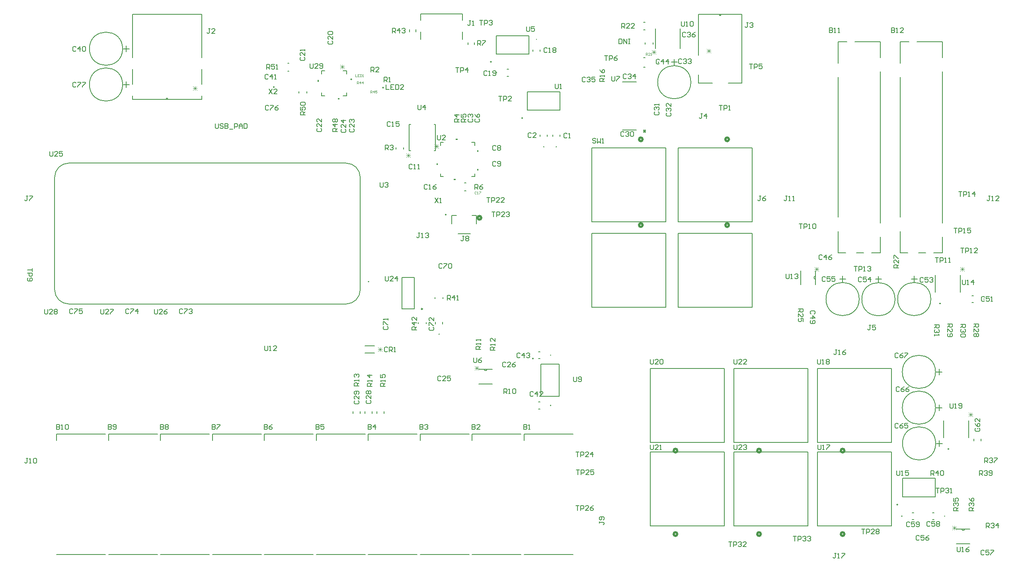
<source format=gto>
G04*
G04 #@! TF.GenerationSoftware,Altium Limited,Altium Designer,25.1.2 (22)*
G04*
G04 Layer_Color=65535*
%FSLAX25Y25*%
%MOIN*%
G70*
G04*
G04 #@! TF.SameCoordinates,3AA37EA1-F988-493A-ACA0-F71776FBCFF4*
G04*
G04*
G04 #@! TF.FilePolarity,Positive*
G04*
G01*
G75*
%ADD10C,0.00600*%
%ADD11C,0.02000*%
%ADD12C,0.00394*%
%ADD13C,0.00500*%
%ADD14C,0.00787*%
%ADD15C,0.00984*%
%ADD16C,0.01000*%
%ADD17C,0.00800*%
%ADD18C,0.00300*%
%ADD19C,0.00400*%
G36*
X273350Y437219D02*
Y438719D01*
X272350D01*
Y437219D01*
X273350D01*
D02*
G37*
G36*
X290687Y423350D02*
Y422350D01*
X289187D01*
Y423350D01*
X290687D01*
D02*
G37*
G36*
X373100Y368913D02*
X372100D01*
Y367413D01*
X373100D01*
Y368913D01*
D02*
G37*
G36*
X387888Y355700D02*
X386388D01*
Y354700D01*
X387888D01*
Y355700D01*
D02*
G37*
G36*
X405900Y364189D02*
X406900D01*
Y362689D01*
X405900D01*
Y364189D01*
D02*
G37*
G36*
Y379937D02*
X406900D01*
Y378437D01*
X405900D01*
Y379937D01*
D02*
G37*
G36*
X389463Y388500D02*
X387963D01*
Y389500D01*
X389463D01*
Y388500D01*
D02*
G37*
G36*
X801352Y129800D02*
Y128800D01*
X799852D01*
Y129800D01*
X801352D01*
D02*
G37*
G36*
X794352Y251800D02*
Y250800D01*
X792852D01*
Y251800D01*
X794352D01*
D02*
G37*
D10*
X558000Y453500D02*
G03*
X558000Y453500I-300J0D01*
G01*
X758350Y82650D02*
G03*
X758350Y82650I-500J0D01*
G01*
X327593Y432404D02*
G03*
X327593Y432404I-500J0D01*
G01*
X374300Y225550D02*
G03*
X374300Y225550I-300J0D01*
G01*
X811800Y62200D02*
G03*
X814200Y62200I1200J0D01*
G01*
X108979Y435000D02*
G03*
X108979Y435000I-13900J0D01*
G01*
X236261Y432835D02*
G03*
X236261Y432835I-500J0D01*
G01*
X472500Y382750D02*
G03*
X472500Y382750I-300J0D01*
G01*
X462000D02*
G03*
X462000Y382750I-300J0D01*
G01*
X455900Y472850D02*
G03*
X455900Y472850I-300J0D01*
G01*
X422550Y444900D02*
G03*
X422550Y444900I-300J0D01*
G01*
X584900Y436921D02*
G03*
X584900Y436921I-13900J0D01*
G01*
X444050Y406850D02*
G03*
X444050Y406850I-500J0D01*
G01*
X417950Y453850D02*
G03*
X417950Y453850I-500J0D01*
G01*
X411800Y196200D02*
G03*
X414200Y196200I1200J0D01*
G01*
X380169Y325889D02*
G03*
X380169Y325889I-500J0D01*
G01*
X108979Y465000D02*
G03*
X108979Y465000I-13900J0D01*
G01*
X467750Y165926D02*
G03*
X467750Y165926I-300J0D01*
G01*
X467750Y208000D02*
G03*
X467750Y208000I-300J0D01*
G01*
X453150Y205150D02*
G03*
X453150Y205150I-500J0D01*
G01*
X830750Y255000D02*
G03*
X830750Y255000I-300J0D01*
G01*
X785900Y255079D02*
G03*
X785900Y255079I-13900J0D01*
G01*
X755900Y254921D02*
G03*
X755900Y254921I-13900J0D01*
G01*
X725900Y255079D02*
G03*
X725900Y255079I-13900J0D01*
G01*
X797750Y73000D02*
G03*
X797750Y73000I-300J0D01*
G01*
X761850D02*
G03*
X761850Y73000I-300J0D01*
G01*
X825300Y146450D02*
G03*
X825300Y146450I-300J0D01*
G01*
X789979Y134000D02*
G03*
X789979Y134000I-13900J0D01*
G01*
X789821Y164000D02*
G03*
X789821Y164000I-13900J0D01*
G01*
Y194000D02*
G03*
X789821Y194000I-13900J0D01*
G01*
X689200Y274200D02*
G03*
X689200Y271800I0J-1200D01*
G01*
X300882Y439298D02*
G03*
X300882Y439298I-500J0D01*
G01*
X545305Y457550D02*
X546695D01*
X545305Y449450D02*
X546695D01*
X683000Y65000D02*
Y127000D01*
X621000D02*
X683000D01*
X621000Y65000D02*
Y127000D01*
Y65000D02*
X683000D01*
X762350Y89250D02*
X789650D01*
Y104750D01*
X762350D02*
X789650D01*
X762350Y89250D02*
Y104750D01*
X349000Y401600D02*
X350140D01*
X371000Y379600D02*
Y401600D01*
X369860D02*
X371000D01*
X349000Y379600D02*
Y401600D01*
Y379600D02*
X350140D01*
X369860D02*
X371000D01*
X555150Y465150D02*
Y481850D01*
X575850Y465150D02*
Y481850D01*
X247192Y452820D02*
X248397D01*
X247192Y446320D02*
X248397D01*
X375200Y386400D02*
X377604D01*
X375200Y357800D02*
X377604D01*
X403800D02*
Y360204D01*
X401396Y386400D02*
X403800D01*
X375200Y383996D02*
Y386400D01*
Y357800D02*
Y360204D01*
X401396Y357800D02*
X403800D01*
Y383996D02*
Y386400D01*
X293716Y425450D02*
X296550D01*
X275450D02*
Y428285D01*
Y446550D02*
X278285D01*
X293716D02*
X296550D01*
Y425450D02*
Y428285D01*
X275450Y425450D02*
X278285D01*
X275450Y443715D02*
Y446550D01*
X296550Y443715D02*
Y446550D01*
X796450Y138758D02*
Y153242D01*
X817550Y138758D02*
Y153242D01*
X591350Y436231D02*
X602861D01*
X627750D02*
Y493930D01*
X591350D02*
X627750D01*
X591350Y459504D02*
Y493930D01*
X609050Y492931D02*
X610050D01*
Y493930D01*
X609050D02*
X610050D01*
X609050Y492931D02*
Y493930D01*
X616239Y436231D02*
X627750D01*
X591350D02*
Y443105D01*
X502000Y320000D02*
Y382000D01*
Y320000D02*
X564000D01*
Y382000D01*
X502000D02*
X564000D01*
X502000Y248100D02*
Y310100D01*
Y248100D02*
X564000D01*
Y310100D01*
X502000D02*
X564000D01*
X574300Y248100D02*
Y310100D01*
Y248100D02*
X636300D01*
Y310100D01*
X574300D02*
X636300D01*
X574300Y320000D02*
Y382000D01*
Y320000D02*
X636300D01*
Y382000D01*
X574300D02*
X636300D01*
X376950Y234297D02*
Y235703D01*
X371050Y234297D02*
Y235703D01*
X807300Y49800D02*
X818700D01*
X807300Y62200D02*
X818700D01*
X311950Y209700D02*
X320050D01*
X311950Y216000D02*
X320050D01*
X384650Y325200D02*
X388453D01*
X389805Y310000D02*
X400195D01*
X405350Y318343D02*
Y325200D01*
X401547D02*
X405350D01*
X384650Y318343D02*
Y325200D01*
X146688Y422643D02*
Y423643D01*
X145688Y422643D02*
X146688D01*
X145688D02*
Y423643D01*
X146688D01*
X175238Y422643D02*
Y425389D01*
X117138Y422643D02*
X175238D01*
X117138Y457590D02*
Y493743D01*
X175238D01*
X117138Y422643D02*
Y425389D01*
X175238Y435228D02*
Y447751D01*
X117138Y435228D02*
Y447751D01*
X175238Y457590D02*
Y493743D01*
X109479Y435000D02*
X114479D01*
X111979Y432500D02*
Y437500D01*
X307961Y159279D02*
Y160721D01*
X302039Y159279D02*
Y160721D01*
X475150Y391497D02*
Y392903D01*
X469250Y391497D02*
Y392903D01*
X458750Y391497D02*
Y392903D01*
X464650Y391497D02*
Y392903D01*
X458550Y462697D02*
Y464103D01*
X452650Y462697D02*
Y464103D01*
X430997Y441950D02*
X432403D01*
X430997Y447850D02*
X432403D01*
X327961Y159279D02*
Y160721D01*
X322039Y159279D02*
Y160721D01*
X312039Y159279D02*
Y160721D01*
X317961Y159279D02*
Y160721D01*
X568500Y453821D02*
X573500D01*
X571000Y451321D02*
Y456321D01*
X344429Y380870D02*
Y382075D01*
X337929Y380870D02*
Y382075D01*
X395397Y345850D02*
X396603D01*
X395397Y352350D02*
X396603D01*
X448050Y413450D02*
X475350D01*
Y428950D01*
X448050D02*
X475350D01*
X448050Y413450D02*
Y428950D01*
X421950Y460450D02*
Y475950D01*
X449250D01*
Y460450D02*
Y475950D01*
X421950Y460450D02*
X449250D01*
X407300Y196200D02*
X418700D01*
X407300Y183800D02*
X418700D01*
X111979Y462500D02*
Y467500D01*
X109479Y465000D02*
X114479D01*
X457297Y168876D02*
X458703D01*
X457297Y162976D02*
X458703D01*
X457297Y205050D02*
X458703D01*
X457297Y210950D02*
X458703D01*
X546750Y468897D02*
Y470103D01*
X553250Y468897D02*
Y470103D01*
X545397Y487250D02*
X546603D01*
X545397Y480750D02*
X546603D01*
X459250Y173350D02*
Y200650D01*
Y173350D02*
X474750D01*
Y200650D01*
X459250D02*
X474750D01*
X820297Y252050D02*
X821703D01*
X820297Y257950D02*
X821703D01*
X772000Y269479D02*
Y274479D01*
X769500Y271979D02*
X774500D01*
X739500Y271821D02*
X744500D01*
X742000Y269321D02*
Y274321D01*
X709500Y271979D02*
X714500D01*
X712000Y269479D02*
Y274479D01*
X787297Y70050D02*
X788703D01*
X787297Y75950D02*
X788703D01*
X770297Y70050D02*
X771703D01*
X770297Y75950D02*
X771703D01*
X827950Y136297D02*
Y137703D01*
X822050Y136297D02*
Y137703D01*
X792979Y131500D02*
Y136500D01*
X790479Y134000D02*
X795479D01*
X792821Y161500D02*
Y166500D01*
X790321Y164000D02*
X795321D01*
X790321Y194000D02*
X795321D01*
X792821Y191500D02*
Y196500D01*
X676800Y267300D02*
Y278700D01*
X689200Y267300D02*
Y278700D01*
X789450Y260758D02*
Y275242D01*
X810550Y260758D02*
Y275242D01*
X753000Y65000D02*
Y127000D01*
X691000D02*
X753000D01*
X691000Y65000D02*
Y127000D01*
Y65000D02*
X753000D01*
Y135000D02*
Y197000D01*
X691000D02*
X753000D01*
X691000Y135000D02*
Y197000D01*
Y135000D02*
X753000D01*
X613000D02*
Y197000D01*
X551000D02*
X613000D01*
X551000Y135000D02*
Y197000D01*
Y135000D02*
X613000D01*
X551000Y65000D02*
X613000D01*
X551000D02*
Y127000D01*
X613000D01*
Y65000D02*
Y127000D01*
X683000Y135000D02*
Y197000D01*
X621000D02*
X683000D01*
X621000Y135000D02*
Y197000D01*
Y135000D02*
X683000D01*
X377250Y255397D02*
Y256603D01*
X370750Y255397D02*
Y256603D01*
X356750Y234397D02*
Y235603D01*
X363250Y234397D02*
Y235603D01*
X263184Y427902D02*
Y429107D01*
X256684Y427902D02*
Y429107D01*
D11*
X643500Y58000D02*
G03*
X643500Y58000I-1500J0D01*
G01*
X544500Y389000D02*
G03*
X544500Y389000I-1500J0D01*
G01*
Y317100D02*
G03*
X544500Y317100I-1500J0D01*
G01*
X616800D02*
G03*
X616800Y317100I-1500J0D01*
G01*
Y389000D02*
G03*
X616800Y389000I-1500J0D01*
G01*
X409350Y323224D02*
G03*
X409350Y323224I-1500J0D01*
G01*
X713500Y58000D02*
G03*
X713500Y58000I-1500J0D01*
G01*
Y128000D02*
G03*
X713500Y128000I-1500J0D01*
G01*
X573500D02*
G03*
X573500Y128000I-1500J0D01*
G01*
Y58000D02*
G03*
X573500Y58000I-1500J0D01*
G01*
X643500Y128000D02*
G03*
X643500Y128000I-1500J0D01*
G01*
D12*
X771014Y290444D02*
G03*
X771014Y290838I0J197D01*
G01*
D02*
G03*
X771014Y290444I0J-197D01*
G01*
X719014Y290838D02*
G03*
X719014Y290444I0J-197D01*
G01*
D02*
G03*
X719014Y290838I0J197D01*
G01*
D13*
X296142Y250945D02*
G03*
X307953Y262756I0J11811D01*
G01*
X52047D02*
G03*
X63858Y250945I11811J0D01*
G01*
Y369055D02*
G03*
X52047Y357244I0J-11811D01*
G01*
X307953D02*
G03*
X296142Y369055I-11811J0D01*
G01*
X80197Y369055D02*
X113071D01*
X129803D02*
X162677D01*
X307953Y262756D02*
Y357244D01*
X63858Y250945D02*
X296142D01*
X52047Y262756D02*
Y357244D01*
X63858Y369055D02*
X296142D01*
X358524Y494224D02*
X393721D01*
Y488791D02*
Y494224D01*
Y472925D02*
Y479185D01*
X358524Y488791D02*
Y494224D01*
Y472925D02*
Y479185D01*
D14*
X315394Y269724D02*
G03*
X315394Y269724I-394J0D01*
G01*
X527587Y396866D02*
X539398D01*
X527492Y437075D02*
X539303D01*
X760188Y293791D02*
Y311901D01*
Y293791D02*
X766487D01*
X775542D02*
X781448D01*
X788140D02*
X795621D01*
Y307176D01*
Y318987D02*
Y445759D01*
Y457570D02*
Y470956D01*
X774361D02*
X795621D01*
X760188D02*
X767668D01*
X760188Y452846D02*
Y470956D01*
Y323712D02*
Y441035D01*
X349242Y479314D02*
Y481086D01*
X354557Y479314D02*
Y481086D01*
X53744Y41008D02*
X94728D01*
X53744Y141992D02*
X94728D01*
X53744Y136500D02*
Y141992D01*
X353118Y246811D02*
Y273189D01*
X342882Y246811D02*
Y273189D01*
Y246811D02*
X353118D01*
X342882Y273189D02*
X353118D01*
X445272Y136500D02*
Y141992D01*
X486256D01*
X445272Y41008D02*
X486256D01*
X401772D02*
X442756D01*
X401772Y141992D02*
X442756D01*
X401772Y136500D02*
Y141992D01*
X358272Y136500D02*
Y141992D01*
X399256D01*
X358272Y41008D02*
X399256D01*
X314744Y136500D02*
Y141992D01*
X355728D01*
X314744Y41008D02*
X355728D01*
X271244Y136500D02*
Y141992D01*
X312228D01*
X271244Y41008D02*
X312228D01*
X227744Y136500D02*
Y141992D01*
X268728D01*
X227744Y41008D02*
X268728D01*
X184272D02*
X225256D01*
X184272Y141992D02*
X225256D01*
X184272Y136500D02*
Y141992D01*
X140772Y41008D02*
X181756D01*
X140772Y141992D02*
X181756D01*
X140772Y136500D02*
Y141992D01*
X97272Y41008D02*
X138256D01*
X97272Y141992D02*
X138256D01*
X97272Y136500D02*
Y141992D01*
X708188Y323712D02*
Y441035D01*
Y452846D02*
Y470956D01*
X715668D01*
X722361D02*
X743621D01*
Y457570D02*
Y470956D01*
Y318987D02*
Y445759D01*
Y293791D02*
Y307176D01*
X736140Y293791D02*
X743621D01*
X723542D02*
X729448D01*
X708188D02*
X714487D01*
X708188D02*
Y311901D01*
X398342Y468514D02*
Y470286D01*
X403657Y468514D02*
Y470286D01*
D15*
X360106Y246811D02*
G03*
X360106Y246811I-492J0D01*
G01*
D16*
X545242Y396825D02*
X546742Y395325D01*
X545242D02*
X546742Y396825D01*
D17*
X186671Y402333D02*
Y399000D01*
X187337Y398334D01*
X188670D01*
X189337Y399000D01*
Y402333D01*
X193335Y401666D02*
X192669Y402333D01*
X191336D01*
X190670Y401666D01*
Y401000D01*
X191336Y400333D01*
X192669D01*
X193335Y399667D01*
Y399000D01*
X192669Y398334D01*
X191336D01*
X190670Y399000D01*
X194668Y402333D02*
Y398334D01*
X196668D01*
X197334Y399000D01*
Y399667D01*
X196668Y400333D01*
X194668D01*
X196668D01*
X197334Y401000D01*
Y401666D01*
X196668Y402333D01*
X194668D01*
X198667Y397667D02*
X201333D01*
X202666Y398334D02*
Y402333D01*
X204665D01*
X205332Y401666D01*
Y400333D01*
X204665Y399667D01*
X202666D01*
X206664Y398334D02*
Y401000D01*
X207997Y402333D01*
X209330Y401000D01*
Y398334D01*
Y400333D01*
X206664D01*
X210663Y402333D02*
Y398334D01*
X212663D01*
X213329Y399000D01*
Y401666D01*
X212663Y402333D01*
X210663D01*
X670569Y56299D02*
X673235D01*
X671902D01*
Y52301D01*
X674568D02*
Y56299D01*
X676567D01*
X677234Y55633D01*
Y54300D01*
X676567Y53634D01*
X674568D01*
X678567Y55633D02*
X679233Y56299D01*
X680566D01*
X681232Y55633D01*
Y54966D01*
X680566Y54300D01*
X679899D01*
X680566D01*
X681232Y53634D01*
Y52967D01*
X680566Y52301D01*
X679233D01*
X678567Y52967D01*
X682565Y55633D02*
X683232Y56299D01*
X684564D01*
X685231Y55633D01*
Y54966D01*
X684564Y54300D01*
X683898D01*
X684564D01*
X685231Y53634D01*
Y52967D01*
X684564Y52301D01*
X683232D01*
X682565Y52967D01*
X558734Y455433D02*
X558068Y456099D01*
X556735D01*
X556068Y455433D01*
Y452767D01*
X556735Y452101D01*
X558068D01*
X558734Y452767D01*
X562066Y452101D02*
Y456099D01*
X560067Y454100D01*
X562733D01*
X566065Y452101D02*
Y456099D01*
X564066Y454100D01*
X566732D01*
X621068Y132899D02*
Y129567D01*
X621735Y128901D01*
X623068D01*
X623734Y129567D01*
Y132899D01*
X627733Y128901D02*
X625067D01*
X627733Y131567D01*
Y132233D01*
X627066Y132899D01*
X625734D01*
X625067Y132233D01*
X629066D02*
X629732Y132899D01*
X631065D01*
X631732Y132233D01*
Y131567D01*
X631065Y130900D01*
X630399D01*
X631065D01*
X631732Y130234D01*
Y129567D01*
X631065Y128901D01*
X629732D01*
X629066Y129567D01*
X328899Y181902D02*
X324901D01*
Y183901D01*
X325567Y184567D01*
X326900D01*
X327566Y183901D01*
Y181902D01*
Y183235D02*
X328899Y184567D01*
Y185900D02*
Y187233D01*
Y186567D01*
X324901D01*
X325567Y185900D01*
X324901Y191898D02*
Y189233D01*
X326900D01*
X326234Y190566D01*
Y191232D01*
X326900Y191898D01*
X328233D01*
X328899Y191232D01*
Y189899D01*
X328233Y189233D01*
X757402Y111199D02*
Y107867D01*
X758068Y107201D01*
X759401D01*
X760067Y107867D01*
Y111199D01*
X761400Y107201D02*
X762733D01*
X762067D01*
Y111199D01*
X761400Y110533D01*
X767398Y111199D02*
X764733D01*
Y109200D01*
X766066Y109866D01*
X766732D01*
X767398Y109200D01*
Y107867D01*
X766732Y107201D01*
X765399D01*
X764733Y107867D01*
X228000Y215699D02*
Y212366D01*
X228666Y211700D01*
X229999D01*
X230666Y212366D01*
Y215699D01*
X231999Y211700D02*
X233332D01*
X232665D01*
Y215699D01*
X231999Y215032D01*
X237997Y211700D02*
X235331D01*
X237997Y214366D01*
Y215032D01*
X237330Y215699D01*
X235997D01*
X235331Y215032D01*
X356300Y417799D02*
Y414466D01*
X356966Y413800D01*
X358299D01*
X358966Y414466D01*
Y417799D01*
X362298Y413800D02*
Y417799D01*
X360299Y415799D01*
X362965D01*
X576802Y487699D02*
Y484367D01*
X577468Y483701D01*
X578801D01*
X579467Y484367D01*
Y487699D01*
X580800Y483701D02*
X582133D01*
X581467D01*
Y487699D01*
X580800Y487033D01*
X584133D02*
X584799Y487699D01*
X586132D01*
X586798Y487033D01*
Y484367D01*
X586132Y483701D01*
X584799D01*
X584133Y484367D01*
Y487033D01*
X396499Y403368D02*
X392501D01*
Y405367D01*
X393167Y406034D01*
X394500D01*
X395166Y405367D01*
Y403368D01*
Y404701D02*
X396499Y406034D01*
X392501Y410032D02*
Y407367D01*
X394500D01*
X393834Y408699D01*
Y409366D01*
X394500Y410032D01*
X395833D01*
X396499Y409366D01*
Y408033D01*
X395833Y407367D01*
X229635Y447801D02*
Y451799D01*
X231634D01*
X232301Y451133D01*
Y449800D01*
X231634Y449134D01*
X229635D01*
X230968D02*
X232301Y447801D01*
X236299Y451799D02*
X233634D01*
Y449800D01*
X234966Y450466D01*
X235633D01*
X236299Y449800D01*
Y448467D01*
X235633Y447801D01*
X234300D01*
X233634Y448467D01*
X237632Y447801D02*
X238965D01*
X238299D01*
Y451799D01*
X237632Y451133D01*
X372768Y392399D02*
Y389067D01*
X373434Y388401D01*
X374767D01*
X375434Y389067D01*
Y392399D01*
X379432Y388401D02*
X376766D01*
X379432Y391066D01*
Y391733D01*
X378766Y392399D01*
X377433D01*
X376766Y391733D01*
X266068Y452399D02*
Y449067D01*
X266735Y448401D01*
X268068D01*
X268734Y449067D01*
Y452399D01*
X272733Y448401D02*
X270067D01*
X272733Y451066D01*
Y451733D01*
X272066Y452399D01*
X270734D01*
X270067Y451733D01*
X274066Y449067D02*
X274732Y448401D01*
X276065D01*
X276732Y449067D01*
Y451733D01*
X276065Y452399D01*
X274732D01*
X274066Y451733D01*
Y451066D01*
X274732Y450400D01*
X276732D01*
X518768Y441899D02*
Y438567D01*
X519434Y437901D01*
X520767D01*
X521434Y438567D01*
Y441899D01*
X522766D02*
X525432D01*
Y441233D01*
X522766Y438567D01*
Y437901D01*
X801802Y167599D02*
Y164267D01*
X802468Y163601D01*
X803801D01*
X804467Y164267D01*
Y167599D01*
X805800Y163601D02*
X807133D01*
X806467D01*
Y167599D01*
X805800Y166933D01*
X809133Y164267D02*
X809799Y163601D01*
X811132D01*
X811798Y164267D01*
Y166933D01*
X811132Y167599D01*
X809799D01*
X809133Y166933D01*
Y166267D01*
X809799Y165600D01*
X811798D01*
X324600Y352699D02*
Y349366D01*
X325266Y348700D01*
X326599D01*
X327266Y349366D01*
Y352699D01*
X328599Y352032D02*
X329265Y352699D01*
X330598D01*
X331264Y352032D01*
Y351366D01*
X330598Y350699D01*
X329932D01*
X330598D01*
X331264Y350033D01*
Y349366D01*
X330598Y348700D01*
X329265D01*
X328599Y349366D01*
X752800Y482499D02*
Y478500D01*
X754799D01*
X755466Y479166D01*
Y479833D01*
X754799Y480499D01*
X752800D01*
X754799D01*
X755466Y481166D01*
Y481832D01*
X754799Y482499D01*
X752800D01*
X756799Y478500D02*
X758132D01*
X757465D01*
Y482499D01*
X756799Y481832D01*
X762797Y478500D02*
X760131D01*
X762797Y481166D01*
Y481832D01*
X762130Y482499D01*
X760797D01*
X760131Y481832D01*
X632834Y486899D02*
X631501D01*
X632167D01*
Y483567D01*
X631501Y482901D01*
X630834D01*
X630168Y483567D01*
X634166Y486233D02*
X634833Y486899D01*
X636166D01*
X636832Y486233D01*
Y485566D01*
X636166Y484900D01*
X635499D01*
X636166D01*
X636832Y484234D01*
Y483567D01*
X636166Y482901D01*
X634833D01*
X634166Y483567D01*
X47800Y378899D02*
Y375566D01*
X48466Y374900D01*
X49799D01*
X50466Y375566D01*
Y378899D01*
X54465Y374900D02*
X51799D01*
X54465Y377566D01*
Y378232D01*
X53798Y378899D01*
X52465D01*
X51799Y378232D01*
X58463Y378899D02*
X55797D01*
Y376899D01*
X57130Y377566D01*
X57797D01*
X58463Y376899D01*
Y375566D01*
X57797Y374900D01*
X56464D01*
X55797Y375566D01*
X329469Y434699D02*
Y430701D01*
X332135D01*
X336134Y434699D02*
X333468D01*
Y430701D01*
X336134D01*
X333468Y432700D02*
X334801D01*
X337467Y434699D02*
Y430701D01*
X339466D01*
X340132Y431367D01*
Y434033D01*
X339466Y434699D01*
X337467D01*
X344131Y430701D02*
X341465D01*
X344131Y433366D01*
Y434033D01*
X343464Y434699D01*
X342132D01*
X341465Y434033D01*
X505201Y389033D02*
X504534Y389699D01*
X503201D01*
X502535Y389033D01*
Y388366D01*
X503201Y387700D01*
X504534D01*
X505201Y387034D01*
Y386367D01*
X504534Y385701D01*
X503201D01*
X502535Y386367D01*
X506534Y389699D02*
Y385701D01*
X507866Y387034D01*
X509199Y385701D01*
Y389699D01*
X510532Y385701D02*
X511865D01*
X511199D01*
Y389699D01*
X510532Y389033D01*
X366367Y231534D02*
X365701Y230868D01*
Y229535D01*
X366367Y228868D01*
X369033D01*
X369699Y229535D01*
Y230868D01*
X369033Y231534D01*
X365701Y232867D02*
Y235533D01*
X366367D01*
X369033Y232867D01*
X369699D01*
Y239532D02*
Y236866D01*
X367034Y239532D01*
X366367D01*
X365701Y238865D01*
Y237532D01*
X366367Y236866D01*
X335000Y478200D02*
Y482199D01*
X336999D01*
X337666Y481532D01*
Y480199D01*
X336999Y479533D01*
X335000D01*
X336333D02*
X337666Y478200D01*
X340998D02*
Y482199D01*
X338999Y480199D01*
X341665D01*
X342997Y481532D02*
X343664Y482199D01*
X344997D01*
X345663Y481532D01*
Y480866D01*
X344997Y480199D01*
X344330D01*
X344997D01*
X345663Y479533D01*
Y478866D01*
X344997Y478200D01*
X343664D01*
X342997Y478866D01*
X53500Y149899D02*
Y145900D01*
X55499D01*
X56166Y146566D01*
Y147233D01*
X55499Y147899D01*
X53500D01*
X55499D01*
X56166Y148566D01*
Y149232D01*
X55499Y149899D01*
X53500D01*
X57499Y145900D02*
X58832D01*
X58165D01*
Y149899D01*
X57499Y149232D01*
X60831D02*
X61497Y149899D01*
X62830D01*
X63497Y149232D01*
Y146566D01*
X62830Y145900D01*
X61497D01*
X60831Y146566D01*
Y149232D01*
X328968Y274099D02*
Y270767D01*
X329635Y270101D01*
X330968D01*
X331634Y270767D01*
Y274099D01*
X335633Y270101D02*
X332967D01*
X335633Y272766D01*
Y273433D01*
X334966Y274099D01*
X333634D01*
X332967Y273433D01*
X338965Y270101D02*
Y274099D01*
X336966Y272100D01*
X339632D01*
X807902Y47299D02*
Y43967D01*
X808568Y43301D01*
X809901D01*
X810567Y43967D01*
Y47299D01*
X811900Y43301D02*
X813233D01*
X812567D01*
Y47299D01*
X811900Y46633D01*
X817898Y47299D02*
X816566Y46633D01*
X815233Y45300D01*
Y43967D01*
X815899Y43301D01*
X817232D01*
X817898Y43967D01*
Y44634D01*
X817232Y45300D01*
X815233D01*
X331101Y214133D02*
X330434Y214799D01*
X329101D01*
X328435Y214133D01*
Y211467D01*
X329101Y210801D01*
X330434D01*
X331101Y211467D01*
X332434Y210801D02*
Y214799D01*
X334433D01*
X335099Y214133D01*
Y212800D01*
X334433Y212134D01*
X332434D01*
X333766D02*
X335099Y210801D01*
X336432D02*
X337765D01*
X337099D01*
Y214799D01*
X336432Y214133D01*
X394934Y307899D02*
X393601D01*
X394267D01*
Y304567D01*
X393601Y303901D01*
X392934D01*
X392268Y304567D01*
X396267Y307233D02*
X396933Y307899D01*
X398266D01*
X398932Y307233D01*
Y306566D01*
X398266Y305900D01*
X398932Y305234D01*
Y304567D01*
X398266Y303901D01*
X396933D01*
X396267Y304567D01*
Y305234D01*
X396933Y305900D01*
X396267Y306566D01*
Y307233D01*
X396933Y305900D02*
X398266D01*
X182433Y481699D02*
X181101D01*
X181767D01*
Y478367D01*
X181101Y477701D01*
X180434D01*
X179768Y478367D01*
X186432Y477701D02*
X183766D01*
X186432Y480366D01*
Y481033D01*
X185766Y481699D01*
X184433D01*
X183766Y481033D01*
X333367Y403233D02*
X332701Y403899D01*
X331368D01*
X330702Y403233D01*
Y400567D01*
X331368Y399901D01*
X332701D01*
X333367Y400567D01*
X334700Y399901D02*
X336033D01*
X335367D01*
Y403899D01*
X334700Y403233D01*
X340698Y403899D02*
X338033D01*
Y401900D01*
X339366Y402566D01*
X340032D01*
X340698Y401900D01*
Y400567D01*
X340032Y399901D01*
X338699D01*
X338033Y400567D01*
X404767Y406134D02*
X404101Y405467D01*
Y404134D01*
X404767Y403468D01*
X407433D01*
X408099Y404134D01*
Y405467D01*
X407433Y406134D01*
X404101Y410132D02*
X404767Y408799D01*
X406100Y407467D01*
X407433D01*
X408099Y408133D01*
Y409466D01*
X407433Y410132D01*
X406766D01*
X406100Y409466D01*
Y407467D01*
X69866Y436332D02*
X69199Y436999D01*
X67866D01*
X67200Y436332D01*
Y433666D01*
X67866Y433000D01*
X69199D01*
X69866Y433666D01*
X71199Y436999D02*
X73865D01*
Y436332D01*
X71199Y433666D01*
Y433000D01*
X75197Y436999D02*
X77863D01*
Y436332D01*
X75197Y433666D01*
Y433000D01*
X67366Y246132D02*
X66699Y246799D01*
X65366D01*
X64700Y246132D01*
Y243466D01*
X65366Y242800D01*
X66699D01*
X67366Y243466D01*
X68699Y246799D02*
X71364D01*
Y246132D01*
X68699Y243466D01*
Y242800D01*
X75363Y246799D02*
X72697D01*
Y244799D01*
X74030Y245466D01*
X74697D01*
X75363Y244799D01*
Y243466D01*
X74697Y242800D01*
X73364D01*
X72697Y243466D01*
X303667Y169934D02*
X303001Y169268D01*
Y167935D01*
X303667Y167268D01*
X306333D01*
X306999Y167935D01*
Y169268D01*
X306333Y169934D01*
X306999Y173933D02*
Y171267D01*
X304334Y173933D01*
X303667D01*
X303001Y173266D01*
Y171933D01*
X303667Y171267D01*
X306333Y175266D02*
X306999Y175932D01*
Y177265D01*
X306333Y177932D01*
X303667D01*
X303001Y177265D01*
Y175932D01*
X303667Y175266D01*
X304334D01*
X305000Y175932D01*
Y177932D01*
X231434Y416733D02*
X230768Y417399D01*
X229435D01*
X228768Y416733D01*
Y414067D01*
X229435Y413401D01*
X230768D01*
X231434Y414067D01*
X232767Y417399D02*
X235433D01*
Y416733D01*
X232767Y414067D01*
Y413401D01*
X239432Y417399D02*
X238099Y416733D01*
X236766Y415400D01*
Y414067D01*
X237432Y413401D01*
X238765D01*
X239432Y414067D01*
Y414734D01*
X238765Y415400D01*
X236766D01*
X400700Y488499D02*
X399367D01*
X400034D01*
Y485167D01*
X399367Y484501D01*
X398701D01*
X398034Y485167D01*
X402033Y484501D02*
X403366D01*
X402699D01*
Y488499D01*
X402033Y487833D01*
X231468Y431099D02*
X234134Y427101D01*
Y431099D02*
X231468Y427101D01*
X238132D02*
X235467D01*
X238132Y429766D01*
Y430433D01*
X237466Y431099D01*
X236133D01*
X235467Y430433D01*
X357867Y310499D02*
X356535D01*
X357201D01*
Y307167D01*
X356535Y306501D01*
X355868D01*
X355202Y307167D01*
X359200Y306501D02*
X360533D01*
X359867D01*
Y310499D01*
X359200Y309833D01*
X362533D02*
X363199Y310499D01*
X364532D01*
X365198Y309833D01*
Y309166D01*
X364532Y308500D01*
X363865D01*
X364532D01*
X365198Y307834D01*
Y307167D01*
X364532Y306501D01*
X363199D01*
X362533Y307167D01*
X643766Y341499D02*
X642433D01*
X643099D01*
Y338166D01*
X642433Y337500D01*
X641766D01*
X641100Y338166D01*
X647764Y341499D02*
X646432Y340832D01*
X645099Y339499D01*
Y338166D01*
X645765Y337500D01*
X647098D01*
X647764Y338166D01*
Y338833D01*
X647098Y339499D01*
X645099D01*
X594634Y410399D02*
X593301D01*
X593967D01*
Y407067D01*
X593301Y406401D01*
X592634D01*
X591968Y407067D01*
X597966Y406401D02*
Y410399D01*
X595966Y408400D01*
X598632D01*
X43700Y246499D02*
Y243166D01*
X44366Y242500D01*
X45699D01*
X46366Y243166D01*
Y246499D01*
X50365Y242500D02*
X47699D01*
X50365Y245166D01*
Y245832D01*
X49698Y246499D01*
X48365D01*
X47699Y245832D01*
X51697D02*
X52364Y246499D01*
X53697D01*
X54363Y245832D01*
Y245166D01*
X53697Y244499D01*
X54363Y243833D01*
Y243166D01*
X53697Y242500D01*
X52364D01*
X51697Y243166D01*
Y243833D01*
X52364Y244499D01*
X51697Y245166D01*
Y245832D01*
X52364Y244499D02*
X53697D01*
X445000Y149899D02*
Y145900D01*
X446999D01*
X447666Y146566D01*
Y147233D01*
X446999Y147899D01*
X445000D01*
X446999D01*
X447666Y148566D01*
Y149232D01*
X446999Y149899D01*
X445000D01*
X448999Y145900D02*
X450332D01*
X449665D01*
Y149899D01*
X448999Y149232D01*
X401500Y149899D02*
Y145900D01*
X403499D01*
X404166Y146566D01*
Y147233D01*
X403499Y147899D01*
X401500D01*
X403499D01*
X404166Y148566D01*
Y149232D01*
X403499Y149899D01*
X401500D01*
X408165Y145900D02*
X405499D01*
X408165Y148566D01*
Y149232D01*
X407498Y149899D01*
X406165D01*
X405499Y149232D01*
X358000Y149899D02*
Y145900D01*
X359999D01*
X360666Y146566D01*
Y147233D01*
X359999Y147899D01*
X358000D01*
X359999D01*
X360666Y148566D01*
Y149232D01*
X359999Y149899D01*
X358000D01*
X361999Y149232D02*
X362665Y149899D01*
X363998D01*
X364665Y149232D01*
Y148566D01*
X363998Y147899D01*
X363332D01*
X363998D01*
X364665Y147233D01*
Y146566D01*
X363998Y145900D01*
X362665D01*
X361999Y146566D01*
X314500Y149899D02*
Y145900D01*
X316499D01*
X317166Y146566D01*
Y147233D01*
X316499Y147899D01*
X314500D01*
X316499D01*
X317166Y148566D01*
Y149232D01*
X316499Y149899D01*
X314500D01*
X320498Y145900D02*
Y149899D01*
X318499Y147899D01*
X321164D01*
X271000Y149899D02*
Y145900D01*
X272999D01*
X273666Y146566D01*
Y147233D01*
X272999Y147899D01*
X271000D01*
X272999D01*
X273666Y148566D01*
Y149232D01*
X272999Y149899D01*
X271000D01*
X277664D02*
X274999D01*
Y147899D01*
X276332Y148566D01*
X276998D01*
X277664Y147899D01*
Y146566D01*
X276998Y145900D01*
X275665D01*
X274999Y146566D01*
X227500Y149899D02*
Y145900D01*
X229499D01*
X230166Y146566D01*
Y147233D01*
X229499Y147899D01*
X227500D01*
X229499D01*
X230166Y148566D01*
Y149232D01*
X229499Y149899D01*
X227500D01*
X234165D02*
X232832Y149232D01*
X231499Y147899D01*
Y146566D01*
X232165Y145900D01*
X233498D01*
X234165Y146566D01*
Y147233D01*
X233498Y147899D01*
X231499D01*
X184000Y149899D02*
Y145900D01*
X185999D01*
X186666Y146566D01*
Y147233D01*
X185999Y147899D01*
X184000D01*
X185999D01*
X186666Y148566D01*
Y149232D01*
X185999Y149899D01*
X184000D01*
X187999D02*
X190665D01*
Y149232D01*
X187999Y146566D01*
Y145900D01*
X140500Y149899D02*
Y145900D01*
X142499D01*
X143166Y146566D01*
Y147233D01*
X142499Y147899D01*
X140500D01*
X142499D01*
X143166Y148566D01*
Y149232D01*
X142499Y149899D01*
X140500D01*
X144499Y149232D02*
X145165Y149899D01*
X146498D01*
X147164Y149232D01*
Y148566D01*
X146498Y147899D01*
X147164Y147233D01*
Y146566D01*
X146498Y145900D01*
X145165D01*
X144499Y146566D01*
Y147233D01*
X145165Y147899D01*
X144499Y148566D01*
Y149232D01*
X145165Y147899D02*
X146498D01*
X97000Y149899D02*
Y145900D01*
X98999D01*
X99666Y146566D01*
Y147233D01*
X98999Y147899D01*
X97000D01*
X98999D01*
X99666Y148566D01*
Y149232D01*
X98999Y149899D01*
X97000D01*
X100999Y146566D02*
X101665Y145900D01*
X102998D01*
X103665Y146566D01*
Y149232D01*
X102998Y149899D01*
X101665D01*
X100999Y149232D01*
Y148566D01*
X101665Y147899D01*
X103665D01*
X700800Y482499D02*
Y478500D01*
X702799D01*
X703466Y479166D01*
Y479833D01*
X702799Y480499D01*
X700800D01*
X702799D01*
X703466Y481166D01*
Y481832D01*
X702799Y482499D01*
X700800D01*
X704799Y478500D02*
X706132D01*
X705465D01*
Y482499D01*
X704799Y481832D01*
X708131Y478500D02*
X709464D01*
X708797D01*
Y482499D01*
X708131Y481832D01*
X481400Y393533D02*
X480734Y394199D01*
X479401D01*
X478734Y393533D01*
Y390867D01*
X479401Y390201D01*
X480734D01*
X481400Y390867D01*
X482733Y390201D02*
X484066D01*
X483399D01*
Y394199D01*
X482733Y393533D01*
X451334Y393833D02*
X450667Y394499D01*
X449334D01*
X448668Y393833D01*
Y391167D01*
X449334Y390501D01*
X450667D01*
X451334Y391167D01*
X455332Y390501D02*
X452667D01*
X455332Y393166D01*
Y393833D01*
X454666Y394499D01*
X453333D01*
X452667Y393833D01*
X398967Y406034D02*
X398301Y405367D01*
Y404034D01*
X398967Y403368D01*
X401633D01*
X402299Y404034D01*
Y405367D01*
X401633Y406034D01*
X398967Y407367D02*
X398301Y408033D01*
Y409366D01*
X398967Y410032D01*
X399634D01*
X400300Y409366D01*
Y408699D01*
Y409366D01*
X400966Y410032D01*
X401633D01*
X402299Y409366D01*
Y408033D01*
X401633Y407367D01*
X421634Y383133D02*
X420967Y383799D01*
X419634D01*
X418968Y383133D01*
Y380467D01*
X419634Y379801D01*
X420967D01*
X421634Y380467D01*
X422966Y383133D02*
X423633Y383799D01*
X424966D01*
X425632Y383133D01*
Y382466D01*
X424966Y381800D01*
X425632Y381134D01*
Y380467D01*
X424966Y379801D01*
X423633D01*
X422966Y380467D01*
Y381134D01*
X423633Y381800D01*
X422966Y382466D01*
Y383133D01*
X423633Y381800D02*
X424966D01*
X421734Y369933D02*
X421067Y370599D01*
X419734D01*
X419068Y369933D01*
Y367267D01*
X419734Y366601D01*
X421067D01*
X421734Y367267D01*
X423067D02*
X423733Y366601D01*
X425066D01*
X425732Y367267D01*
Y369933D01*
X425066Y370599D01*
X423733D01*
X423067Y369933D01*
Y369266D01*
X423733Y368600D01*
X425732D01*
X351776Y367461D02*
X351110Y368127D01*
X349777D01*
X349110Y367461D01*
Y364795D01*
X349777Y364128D01*
X351110D01*
X351776Y364795D01*
X353109Y364128D02*
X354442D01*
X353776D01*
Y368127D01*
X353109Y367461D01*
X356441Y364128D02*
X357774D01*
X357108D01*
Y368127D01*
X356441Y367461D01*
X364267Y350433D02*
X363601Y351099D01*
X362268D01*
X361602Y350433D01*
Y347767D01*
X362268Y347101D01*
X363601D01*
X364267Y347767D01*
X365600Y347101D02*
X366933D01*
X366267D01*
Y351099D01*
X365600Y350433D01*
X371598Y351099D02*
X370266Y350433D01*
X368933Y349100D01*
Y347767D01*
X369599Y347101D01*
X370932D01*
X371598Y347767D01*
Y348434D01*
X370932Y349100D01*
X368933D01*
X464567Y465133D02*
X463901Y465799D01*
X462568D01*
X461902Y465133D01*
Y462467D01*
X462568Y461801D01*
X463901D01*
X464567Y462467D01*
X465900Y461801D02*
X467233D01*
X466567D01*
Y465799D01*
X465900Y465133D01*
X469233D02*
X469899Y465799D01*
X471232D01*
X471898Y465133D01*
Y464466D01*
X471232Y463800D01*
X471898Y463134D01*
Y462467D01*
X471232Y461801D01*
X469899D01*
X469233Y462467D01*
Y463134D01*
X469899Y463800D01*
X469233Y464466D01*
Y465133D01*
X469899Y463800D02*
X471232D01*
X414267Y445933D02*
X413601Y446599D01*
X412268D01*
X411602Y445933D01*
Y443267D01*
X412268Y442601D01*
X413601D01*
X414267Y443267D01*
X415600Y442601D02*
X416933D01*
X416267D01*
Y446599D01*
X415600Y445933D01*
X418933Y443267D02*
X419599Y442601D01*
X420932D01*
X421598Y443267D01*
Y445933D01*
X420932Y446599D01*
X419599D01*
X418933Y445933D01*
Y445266D01*
X419599Y444600D01*
X421598D01*
X281568Y471466D02*
X280901Y470799D01*
Y469466D01*
X281568Y468800D01*
X284234D01*
X284900Y469466D01*
Y470799D01*
X284234Y471466D01*
X284900Y475464D02*
Y472799D01*
X282234Y475464D01*
X281568D01*
X280901Y474798D01*
Y473465D01*
X281568Y472799D01*
Y476797D02*
X280901Y477464D01*
Y478797D01*
X281568Y479463D01*
X284234D01*
X284900Y478797D01*
Y477464D01*
X284234Y476797D01*
X281568D01*
X258367Y457701D02*
X257701Y457034D01*
Y455701D01*
X258367Y455035D01*
X261033D01*
X261699Y455701D01*
Y457034D01*
X261033Y457701D01*
X261699Y461699D02*
Y459034D01*
X259034Y461699D01*
X258367D01*
X257701Y461033D01*
Y459700D01*
X258367Y459034D01*
X261699Y463032D02*
Y464365D01*
Y463699D01*
X257701D01*
X258367Y463032D01*
X272267Y398234D02*
X271601Y397568D01*
Y396235D01*
X272267Y395568D01*
X274933D01*
X275599Y396235D01*
Y397568D01*
X274933Y398234D01*
X275599Y402233D02*
Y399567D01*
X272934Y402233D01*
X272267D01*
X271601Y401566D01*
Y400234D01*
X272267Y399567D01*
X275599Y406232D02*
Y403566D01*
X272934Y406232D01*
X272267D01*
X271601Y405565D01*
Y404232D01*
X272267Y403566D01*
X299767Y397834D02*
X299101Y397168D01*
Y395835D01*
X299767Y395168D01*
X302433D01*
X303099Y395835D01*
Y397168D01*
X302433Y397834D01*
X303099Y401833D02*
Y399167D01*
X300434Y401833D01*
X299767D01*
X299101Y401166D01*
Y399834D01*
X299767Y399167D01*
Y403166D02*
X299101Y403832D01*
Y405165D01*
X299767Y405832D01*
X300434D01*
X301100Y405165D01*
Y404499D01*
Y405165D01*
X301766Y405832D01*
X302433D01*
X303099Y405165D01*
Y403832D01*
X302433Y403166D01*
X292567Y397634D02*
X291901Y396968D01*
Y395635D01*
X292567Y394968D01*
X295233D01*
X295899Y395635D01*
Y396968D01*
X295233Y397634D01*
X295899Y401633D02*
Y398967D01*
X293234Y401633D01*
X292567D01*
X291901Y400966D01*
Y399634D01*
X292567Y398967D01*
X295899Y404965D02*
X291901D01*
X293900Y402966D01*
Y405632D01*
X375734Y189733D02*
X375068Y190399D01*
X373735D01*
X373068Y189733D01*
Y187067D01*
X373735Y186401D01*
X375068D01*
X375734Y187067D01*
X379733Y186401D02*
X377067D01*
X379733Y189067D01*
Y189733D01*
X379066Y190399D01*
X377734D01*
X377067Y189733D01*
X383732Y190399D02*
X381066D01*
Y188400D01*
X382399Y189067D01*
X383065D01*
X383732Y188400D01*
Y187067D01*
X383065Y186401D01*
X381732D01*
X381066Y187067D01*
X430034Y201433D02*
X429368Y202099D01*
X428035D01*
X427368Y201433D01*
Y198767D01*
X428035Y198101D01*
X429368D01*
X430034Y198767D01*
X434033Y198101D02*
X431367D01*
X434033Y200766D01*
Y201433D01*
X433366Y202099D01*
X432034D01*
X431367Y201433D01*
X438032Y202099D02*
X436699Y201433D01*
X435366Y200100D01*
Y198767D01*
X436032Y198101D01*
X437365D01*
X438032Y198767D01*
Y199434D01*
X437365Y200100D01*
X435366D01*
X313667Y170134D02*
X313001Y169468D01*
Y168135D01*
X313667Y167468D01*
X316333D01*
X316999Y168135D01*
Y169468D01*
X316333Y170134D01*
X316999Y174133D02*
Y171467D01*
X314334Y174133D01*
X313667D01*
X313001Y173467D01*
Y172134D01*
X313667Y171467D01*
Y175466D02*
X313001Y176132D01*
Y177465D01*
X313667Y178132D01*
X314334D01*
X315000Y177465D01*
X315666Y178132D01*
X316333D01*
X316999Y177465D01*
Y176132D01*
X316333Y175466D01*
X315666D01*
X315000Y176132D01*
X314334Y175466D01*
X313667D01*
X315000Y176132D02*
Y177465D01*
X528934Y394733D02*
X528268Y395399D01*
X526935D01*
X526268Y394733D01*
Y392067D01*
X526935Y391401D01*
X528268D01*
X528934Y392067D01*
X530267Y394733D02*
X530934Y395399D01*
X532266D01*
X532933Y394733D01*
Y394066D01*
X532266Y393400D01*
X531600D01*
X532266D01*
X532933Y392734D01*
Y392067D01*
X532266Y391401D01*
X530934D01*
X530267Y392067D01*
X534266Y394733D02*
X534932Y395399D01*
X536265D01*
X536932Y394733D01*
Y392067D01*
X536265Y391401D01*
X534932D01*
X534266Y392067D01*
Y394733D01*
X554867Y412101D02*
X554201Y411434D01*
Y410101D01*
X554867Y409435D01*
X557533D01*
X558199Y410101D01*
Y411434D01*
X557533Y412101D01*
X554867Y413434D02*
X554201Y414100D01*
Y415433D01*
X554867Y416099D01*
X555534D01*
X556200Y415433D01*
Y414767D01*
Y415433D01*
X556866Y416099D01*
X557533D01*
X558199Y415433D01*
Y414100D01*
X557533Y413434D01*
X558199Y417432D02*
Y418765D01*
Y418099D01*
X554201D01*
X554867Y417432D01*
X564967Y411334D02*
X564301Y410668D01*
Y409335D01*
X564967Y408668D01*
X567633D01*
X568299Y409335D01*
Y410668D01*
X567633Y411334D01*
X564967Y412667D02*
X564301Y413334D01*
Y414667D01*
X564967Y415333D01*
X565633D01*
X566300Y414667D01*
Y414000D01*
Y414667D01*
X566966Y415333D01*
X567633D01*
X568299Y414667D01*
Y413334D01*
X567633Y412667D01*
X568299Y419332D02*
Y416666D01*
X565633Y419332D01*
X564967D01*
X564301Y418665D01*
Y417332D01*
X564967Y416666D01*
X577434Y455933D02*
X576768Y456599D01*
X575435D01*
X574768Y455933D01*
Y453267D01*
X575435Y452601D01*
X576768D01*
X577434Y453267D01*
X578767Y455933D02*
X579434Y456599D01*
X580766D01*
X581433Y455933D01*
Y455266D01*
X580766Y454600D01*
X580100D01*
X580766D01*
X581433Y453934D01*
Y453267D01*
X580766Y452601D01*
X579434D01*
X578767Y453267D01*
X582766Y455933D02*
X583432Y456599D01*
X584765D01*
X585432Y455933D01*
Y455266D01*
X584765Y454600D01*
X584099D01*
X584765D01*
X585432Y453934D01*
Y453267D01*
X584765Y452601D01*
X583432D01*
X582766Y453267D01*
X530834Y443333D02*
X530168Y443999D01*
X528835D01*
X528168Y443333D01*
Y440667D01*
X528835Y440001D01*
X530168D01*
X530834Y440667D01*
X532167Y443333D02*
X532834Y443999D01*
X534166D01*
X534833Y443333D01*
Y442666D01*
X534166Y442000D01*
X533500D01*
X534166D01*
X534833Y441334D01*
Y440667D01*
X534166Y440001D01*
X532834D01*
X532167Y440667D01*
X538165Y440001D02*
Y443999D01*
X536166Y442000D01*
X538832D01*
X496634Y440433D02*
X495968Y441099D01*
X494635D01*
X493968Y440433D01*
Y437767D01*
X494635Y437101D01*
X495968D01*
X496634Y437767D01*
X497967Y440433D02*
X498634Y441099D01*
X499966D01*
X500633Y440433D01*
Y439766D01*
X499966Y439100D01*
X499300D01*
X499966D01*
X500633Y438434D01*
Y437767D01*
X499966Y437101D01*
X498634D01*
X497967Y437767D01*
X504632Y441099D02*
X501966D01*
Y439100D01*
X503299Y439766D01*
X503965D01*
X504632Y439100D01*
Y437767D01*
X503965Y437101D01*
X502632D01*
X501966Y437767D01*
X580534Y478333D02*
X579868Y478999D01*
X578535D01*
X577868Y478333D01*
Y475667D01*
X578535Y475001D01*
X579868D01*
X580534Y475667D01*
X581867Y478333D02*
X582534Y478999D01*
X583866D01*
X584533Y478333D01*
Y477666D01*
X583866Y477000D01*
X583200D01*
X583866D01*
X584533Y476334D01*
Y475667D01*
X583866Y475001D01*
X582534D01*
X581867Y475667D01*
X588532Y478999D02*
X587199Y478333D01*
X585866Y477000D01*
Y475667D01*
X586532Y475001D01*
X587865D01*
X588532Y475667D01*
Y476334D01*
X587865Y477000D01*
X585866D01*
X328034Y437201D02*
Y441199D01*
X330034D01*
X330700Y440533D01*
Y439200D01*
X330034Y438534D01*
X328034D01*
X329367D02*
X330700Y437201D01*
X332033D02*
X333366D01*
X332699D01*
Y441199D01*
X332033Y440533D01*
X317068Y445401D02*
Y449399D01*
X319067D01*
X319734Y448733D01*
Y447400D01*
X319067Y446734D01*
X317068D01*
X318401D02*
X319734Y445401D01*
X323732D02*
X321066D01*
X323732Y448066D01*
Y448733D01*
X323066Y449399D01*
X321733D01*
X321066Y448733D01*
X328868Y380301D02*
Y384299D01*
X330867D01*
X331534Y383633D01*
Y382300D01*
X330867Y381634D01*
X328868D01*
X330201D02*
X331534Y380301D01*
X332867Y383633D02*
X333533Y384299D01*
X334866D01*
X335532Y383633D01*
Y382966D01*
X334866Y382300D01*
X334199D01*
X334866D01*
X335532Y381634D01*
Y380967D01*
X334866Y380301D01*
X333533D01*
X332867Y380967D01*
X390799Y403468D02*
X386801D01*
Y405467D01*
X387467Y406134D01*
X388800D01*
X389466Y405467D01*
Y403468D01*
Y404801D02*
X390799Y406134D01*
Y409466D02*
X386801D01*
X388800Y407467D01*
Y410132D01*
X403968Y347201D02*
Y351199D01*
X405967D01*
X406634Y350533D01*
Y349200D01*
X405967Y348534D01*
X403968D01*
X405301D02*
X406634Y347201D01*
X410632Y351199D02*
X409299Y350533D01*
X407967Y349200D01*
Y347867D01*
X408633Y347201D01*
X409966D01*
X410632Y347867D01*
Y348534D01*
X409966Y349200D01*
X407967D01*
X406368Y467701D02*
Y471699D01*
X408367D01*
X409034Y471033D01*
Y469700D01*
X408367Y469034D01*
X406368D01*
X407701D02*
X409034Y467701D01*
X410366Y471699D02*
X413032D01*
Y471033D01*
X410366Y468367D01*
Y467701D01*
X428202Y176001D02*
Y179999D01*
X430201D01*
X430867Y179333D01*
Y178000D01*
X430201Y177333D01*
X428202D01*
X429534D02*
X430867Y176001D01*
X432200D02*
X433533D01*
X432867D01*
Y179999D01*
X432200Y179333D01*
X435533D02*
X436199Y179999D01*
X437532D01*
X438198Y179333D01*
Y176667D01*
X437532Y176001D01*
X436199D01*
X435533Y176667D01*
Y179333D01*
X408799Y212868D02*
X404801D01*
Y214867D01*
X405467Y215534D01*
X406800D01*
X407466Y214867D01*
Y212868D01*
Y214201D02*
X408799Y215534D01*
Y216867D02*
Y218200D01*
Y217533D01*
X404801D01*
X405467Y216867D01*
X408799Y220199D02*
Y221532D01*
Y220866D01*
X404801D01*
X405467Y220199D01*
X420899Y212302D02*
X416901D01*
Y214301D01*
X417567Y214967D01*
X418900D01*
X419566Y214301D01*
Y212302D01*
Y213634D02*
X420899Y214967D01*
Y216300D02*
Y217633D01*
Y216967D01*
X416901D01*
X417567Y216300D01*
X420899Y222298D02*
Y219633D01*
X418234Y222298D01*
X417567D01*
X416901Y221632D01*
Y220299D01*
X417567Y219633D01*
X306999Y182302D02*
X303001D01*
Y184301D01*
X303667Y184967D01*
X305000D01*
X305666Y184301D01*
Y182302D01*
Y183634D02*
X306999Y184967D01*
Y186300D02*
Y187633D01*
Y186967D01*
X303001D01*
X303667Y186300D01*
Y189633D02*
X303001Y190299D01*
Y191632D01*
X303667Y192298D01*
X304334D01*
X305000Y191632D01*
Y190965D01*
Y191632D01*
X305666Y192298D01*
X306333D01*
X306999Y191632D01*
Y190299D01*
X306333Y189633D01*
X317999Y181902D02*
X314001D01*
Y183901D01*
X314667Y184567D01*
X316000D01*
X316666Y183901D01*
Y181902D01*
Y183235D02*
X317999Y184567D01*
Y185900D02*
Y187233D01*
Y186567D01*
X314001D01*
X314667Y185900D01*
X317999Y191232D02*
X314001D01*
X316000Y189233D01*
Y191898D01*
X512699Y437602D02*
X508701D01*
Y439601D01*
X509367Y440267D01*
X510700D01*
X511366Y439601D01*
Y437602D01*
Y438935D02*
X512699Y440267D01*
Y441600D02*
Y442933D01*
Y442267D01*
X508701D01*
X509367Y441600D01*
X508701Y447598D02*
X509367Y446266D01*
X510700Y444933D01*
X512033D01*
X512699Y445599D01*
Y446932D01*
X512033Y447598D01*
X511366D01*
X510700Y446932D01*
Y444933D01*
X471134Y435599D02*
Y432267D01*
X471801Y431601D01*
X473134D01*
X473800Y432267D01*
Y435599D01*
X475133Y431601D02*
X476466D01*
X475799D01*
Y435599D01*
X475133Y434933D01*
X447168Y483399D02*
Y480067D01*
X447834Y479401D01*
X449167D01*
X449834Y480067D01*
Y483399D01*
X453832D02*
X451166D01*
Y481400D01*
X452499Y482066D01*
X453166D01*
X453832Y481400D01*
Y480067D01*
X453166Y479401D01*
X451833D01*
X451166Y480067D01*
X402800Y205999D02*
Y202666D01*
X403466Y202000D01*
X404799D01*
X405466Y202666D01*
Y205999D01*
X409465D02*
X408132Y205332D01*
X406799Y203999D01*
Y202666D01*
X407465Y202000D01*
X408798D01*
X409465Y202666D01*
Y203333D01*
X408798Y203999D01*
X406799D01*
X370734Y339999D02*
X373400Y336001D01*
Y339999D02*
X370734Y336001D01*
X374733D02*
X376066D01*
X375399D01*
Y339999D01*
X374733Y339333D01*
X69866Y466332D02*
X69199Y466999D01*
X67866D01*
X67200Y466332D01*
Y463666D01*
X67866Y463000D01*
X69199D01*
X69866Y463666D01*
X73198Y463000D02*
Y466999D01*
X71199Y464999D01*
X73865D01*
X75197Y466332D02*
X75864Y466999D01*
X77197D01*
X77863Y466332D01*
Y463666D01*
X77197Y463000D01*
X75864D01*
X75197Y463666D01*
Y466332D01*
X230801Y442833D02*
X230134Y443499D01*
X228801D01*
X228135Y442833D01*
Y440167D01*
X228801Y439501D01*
X230134D01*
X230801Y440167D01*
X234133Y439501D02*
Y443499D01*
X232134Y441500D01*
X234799D01*
X236132Y439501D02*
X237465D01*
X236799D01*
Y443499D01*
X236132Y442833D01*
X453066Y176932D02*
X452399Y177599D01*
X451066D01*
X450400Y176932D01*
Y174267D01*
X451066Y173600D01*
X452399D01*
X453066Y174267D01*
X456398Y173600D02*
Y177599D01*
X454399Y175599D01*
X457064D01*
X461063Y173600D02*
X458397D01*
X461063Y176266D01*
Y176932D01*
X460397Y177599D01*
X459064D01*
X458397Y176932D01*
X442034Y209133D02*
X441368Y209799D01*
X440035D01*
X439368Y209133D01*
Y206467D01*
X440035Y205801D01*
X441368D01*
X442034Y206467D01*
X445366Y205801D02*
Y209799D01*
X443367Y207800D01*
X446033D01*
X447366Y209133D02*
X448032Y209799D01*
X449365D01*
X450032Y209133D01*
Y208466D01*
X449365Y207800D01*
X448699D01*
X449365D01*
X450032Y207134D01*
Y206467D01*
X449365Y205801D01*
X448032D01*
X447366Y206467D01*
X694934Y291533D02*
X694268Y292199D01*
X692935D01*
X692268Y291533D01*
Y288867D01*
X692935Y288201D01*
X694268D01*
X694934Y288867D01*
X698266Y288201D02*
Y292199D01*
X696267Y290200D01*
X698933D01*
X702932Y292199D02*
X701599Y291533D01*
X700266Y290200D01*
Y288867D01*
X700932Y288201D01*
X702265D01*
X702932Y288867D01*
Y289534D01*
X702265Y290200D01*
X700266D01*
X29766Y341599D02*
X28433D01*
X29099D01*
Y338266D01*
X28433Y337600D01*
X27766D01*
X27100Y338266D01*
X31099Y341599D02*
X33764D01*
Y340932D01*
X31099Y338266D01*
Y337600D01*
X526868Y482101D02*
Y486099D01*
X528868D01*
X529534Y485433D01*
Y484100D01*
X528868Y483434D01*
X526868D01*
X528201D02*
X529534Y482101D01*
X533533D02*
X530867D01*
X533533Y484766D01*
Y485433D01*
X532866Y486099D01*
X531534D01*
X530867Y485433D01*
X537532Y482101D02*
X534866D01*
X537532Y484766D01*
Y485433D01*
X536865Y486099D01*
X535532D01*
X534866Y485433D01*
X486468Y189699D02*
Y186367D01*
X487134Y185701D01*
X488467D01*
X489134Y186367D01*
Y189699D01*
X490466Y186367D02*
X491133Y185701D01*
X492466D01*
X493132Y186367D01*
Y189033D01*
X492466Y189699D01*
X491133D01*
X490466Y189033D01*
Y188366D01*
X491133Y187700D01*
X493132D01*
X735634Y233099D02*
X734301D01*
X734967D01*
Y229767D01*
X734301Y229101D01*
X733634D01*
X732968Y229767D01*
X739632Y233099D02*
X736967D01*
Y231100D01*
X738299Y231766D01*
X738966D01*
X739632Y231100D01*
Y229767D01*
X738966Y229101D01*
X737633D01*
X736967Y229767D01*
X508201Y68534D02*
Y67201D01*
Y67867D01*
X511533D01*
X512199Y67201D01*
Y66534D01*
X511533Y65868D01*
Y69867D02*
X512199Y70533D01*
Y71866D01*
X511533Y72532D01*
X508867D01*
X508201Y71866D01*
Y70533D01*
X508867Y69867D01*
X509534D01*
X510200Y70533D01*
Y72532D01*
X29766Y121499D02*
X28433D01*
X29099D01*
Y118166D01*
X28433Y117500D01*
X27766D01*
X27100Y118166D01*
X31099Y117500D02*
X32432D01*
X31765D01*
Y121499D01*
X31099Y120832D01*
X34431D02*
X35097Y121499D01*
X36430D01*
X37097Y120832D01*
Y118166D01*
X36430Y117500D01*
X35097D01*
X34431Y118166D01*
Y120832D01*
X665766Y341499D02*
X664433D01*
X665099D01*
Y338166D01*
X664433Y337500D01*
X663766D01*
X663100Y338166D01*
X667099Y337500D02*
X668432D01*
X667765D01*
Y341499D01*
X667099Y340832D01*
X670431Y337500D02*
X671764D01*
X671097D01*
Y341499D01*
X670431Y340832D01*
X835766Y341499D02*
X834433D01*
X835099D01*
Y338166D01*
X834433Y337500D01*
X833766D01*
X833100Y338166D01*
X837099Y337500D02*
X838432D01*
X837765D01*
Y341499D01*
X837099Y340832D01*
X843097Y337500D02*
X840431D01*
X843097Y340166D01*
Y340832D01*
X842430Y341499D01*
X841097D01*
X840431Y340832D01*
X608635Y417499D02*
X611301D01*
X609968D01*
Y413501D01*
X612634D02*
Y417499D01*
X614633D01*
X615299Y416833D01*
Y415500D01*
X614633Y414834D01*
X612634D01*
X616632Y413501D02*
X617965D01*
X617299D01*
Y417499D01*
X616632Y416833D01*
X424068Y425099D02*
X426734D01*
X425401D01*
Y421101D01*
X428067D02*
Y425099D01*
X430066D01*
X430733Y424433D01*
Y423100D01*
X430066Y422434D01*
X428067D01*
X434732Y421101D02*
X432066D01*
X434732Y423766D01*
Y424433D01*
X434065Y425099D01*
X432732D01*
X432066Y424433D01*
X408068Y488699D02*
X410734D01*
X409401D01*
Y484701D01*
X412067D02*
Y488699D01*
X414066D01*
X414733Y488033D01*
Y486700D01*
X414066Y486034D01*
X412067D01*
X416066Y488033D02*
X416732Y488699D01*
X418065D01*
X418732Y488033D01*
Y487366D01*
X418065Y486700D01*
X417399D01*
X418065D01*
X418732Y486034D01*
Y485367D01*
X418065Y484701D01*
X416732D01*
X416066Y485367D01*
X388100Y449099D02*
X390766D01*
X389433D01*
Y445100D01*
X392099D02*
Y449099D01*
X394098D01*
X394764Y448432D01*
Y447099D01*
X394098Y446433D01*
X392099D01*
X398097Y445100D02*
Y449099D01*
X396097Y447099D01*
X398763D01*
X633968Y452299D02*
X636634D01*
X635301D01*
Y448301D01*
X637967D02*
Y452299D01*
X639966D01*
X640633Y451633D01*
Y450300D01*
X639966Y449634D01*
X637967D01*
X644632Y452299D02*
X641966D01*
Y450300D01*
X643299Y450966D01*
X643965D01*
X644632Y450300D01*
Y448967D01*
X643965Y448301D01*
X642632D01*
X641966Y448967D01*
X512668Y459099D02*
X515334D01*
X514001D01*
Y455101D01*
X516667D02*
Y459099D01*
X518666D01*
X519333Y458433D01*
Y457100D01*
X518666Y456434D01*
X516667D01*
X523332Y459099D02*
X521999Y458433D01*
X520666Y457100D01*
Y455767D01*
X521332Y455101D01*
X522665D01*
X523332Y455767D01*
Y456434D01*
X522665Y457100D01*
X520666D01*
X33299Y280932D02*
Y278266D01*
Y279599D01*
X29301D01*
Y276933D02*
X33299D01*
Y274934D01*
X32633Y274267D01*
X31300D01*
X30634Y274934D01*
Y276933D01*
X29967Y272934D02*
X29301Y272268D01*
Y270935D01*
X29967Y270268D01*
X32633D01*
X33299Y270935D01*
Y272268D01*
X32633Y272934D01*
X31966D01*
X31300Y272268D01*
Y270268D01*
X675602Y318199D02*
X678268D01*
X676935D01*
Y314201D01*
X679601D02*
Y318199D01*
X681600D01*
X682267Y317533D01*
Y316200D01*
X681600Y315534D01*
X679601D01*
X683600Y314201D02*
X684933D01*
X684266D01*
Y318199D01*
X683600Y317533D01*
X686932D02*
X687598Y318199D01*
X688931D01*
X689598Y317533D01*
Y314867D01*
X688931Y314201D01*
X687598D01*
X686932Y314867D01*
Y317533D01*
X789569Y289999D02*
X792235D01*
X790902D01*
Y286001D01*
X793567D02*
Y289999D01*
X795567D01*
X796233Y289333D01*
Y288000D01*
X795567Y287334D01*
X793567D01*
X797566Y286001D02*
X798899D01*
X798233D01*
Y289999D01*
X797566Y289333D01*
X800898Y286001D02*
X802231D01*
X801565D01*
Y289999D01*
X800898Y289333D01*
X811002Y297799D02*
X813668D01*
X812335D01*
Y293801D01*
X815001D02*
Y297799D01*
X817000D01*
X817667Y297133D01*
Y295800D01*
X817000Y295134D01*
X815001D01*
X819000Y293801D02*
X820333D01*
X819666D01*
Y297799D01*
X819000Y297133D01*
X824998Y293801D02*
X822332D01*
X824998Y296466D01*
Y297133D01*
X824331Y297799D01*
X822998D01*
X822332Y297133D01*
X721602Y282499D02*
X724268D01*
X722935D01*
Y278501D01*
X725601D02*
Y282499D01*
X727600D01*
X728267Y281833D01*
Y280500D01*
X727600Y279834D01*
X725601D01*
X729600Y278501D02*
X730933D01*
X730266D01*
Y282499D01*
X729600Y281833D01*
X732932D02*
X733598Y282499D01*
X734931D01*
X735598Y281833D01*
Y281166D01*
X734931Y280500D01*
X734265D01*
X734931D01*
X735598Y279834D01*
Y279167D01*
X734931Y278501D01*
X733598D01*
X732932Y279167D01*
X809302Y345199D02*
X811968D01*
X810635D01*
Y341201D01*
X813301D02*
Y345199D01*
X815300D01*
X815967Y344533D01*
Y343200D01*
X815300Y342534D01*
X813301D01*
X817300Y341201D02*
X818633D01*
X817966D01*
Y345199D01*
X817300Y344533D01*
X822631Y341201D02*
Y345199D01*
X820632Y343200D01*
X823298D01*
X805302Y314499D02*
X807968D01*
X806635D01*
Y310501D01*
X809301D02*
Y314499D01*
X811300D01*
X811967Y313833D01*
Y312500D01*
X811300Y311834D01*
X809301D01*
X813300Y310501D02*
X814633D01*
X813966D01*
Y314499D01*
X813300Y313833D01*
X819298Y314499D02*
X816632D01*
Y312500D01*
X817965Y313166D01*
X818631D01*
X819298Y312500D01*
Y311167D01*
X818631Y310501D01*
X817298D01*
X816632Y311167D01*
X688333Y242566D02*
X688999Y243232D01*
Y244565D01*
X688333Y245232D01*
X685667D01*
X685001Y244565D01*
Y243232D01*
X685667Y242566D01*
X685001Y239233D02*
X688999D01*
X687000Y241233D01*
Y238567D01*
X685667Y237234D02*
X685001Y236568D01*
Y235235D01*
X685667Y234568D01*
X688333D01*
X688999Y235235D01*
Y236568D01*
X688333Y237234D01*
X687666D01*
X687000Y236568D01*
Y234568D01*
X830801Y256533D02*
X830134Y257199D01*
X828801D01*
X828135Y256533D01*
Y253867D01*
X828801Y253201D01*
X830134D01*
X830801Y253867D01*
X834799Y257199D02*
X832133D01*
Y255200D01*
X833467Y255866D01*
X834133D01*
X834799Y255200D01*
Y253867D01*
X834133Y253201D01*
X832800D01*
X832133Y253867D01*
X836132Y253201D02*
X837465D01*
X836799D01*
Y257199D01*
X836132Y256533D01*
X779534Y272633D02*
X778868Y273299D01*
X777535D01*
X776868Y272633D01*
Y269967D01*
X777535Y269301D01*
X778868D01*
X779534Y269967D01*
X783533Y273299D02*
X780867D01*
Y271300D01*
X782200Y271966D01*
X782866D01*
X783533Y271300D01*
Y269967D01*
X782866Y269301D01*
X781534D01*
X780867Y269967D01*
X784866Y272633D02*
X785532Y273299D01*
X786865D01*
X787532Y272633D01*
Y271966D01*
X786865Y271300D01*
X786199D01*
X786865D01*
X787532Y270634D01*
Y269967D01*
X786865Y269301D01*
X785532D01*
X784866Y269967D01*
X727834Y272733D02*
X727168Y273399D01*
X725835D01*
X725168Y272733D01*
Y270067D01*
X725835Y269401D01*
X727168D01*
X727834Y270067D01*
X731833Y273399D02*
X729167D01*
Y271400D01*
X730500Y272066D01*
X731166D01*
X731833Y271400D01*
Y270067D01*
X731166Y269401D01*
X729834D01*
X729167Y270067D01*
X735165Y269401D02*
Y273399D01*
X733166Y271400D01*
X735832D01*
X697634Y273233D02*
X696968Y273899D01*
X695635D01*
X694968Y273233D01*
Y270567D01*
X695635Y269901D01*
X696968D01*
X697634Y270567D01*
X701633Y273899D02*
X698967D01*
Y271900D01*
X700300Y272566D01*
X700966D01*
X701633Y271900D01*
Y270567D01*
X700966Y269901D01*
X699634D01*
X698967Y270567D01*
X705632Y273899D02*
X702966D01*
Y271900D01*
X704299Y272566D01*
X704965D01*
X705632Y271900D01*
Y270567D01*
X704965Y269901D01*
X703632D01*
X702966Y270567D01*
X776434Y56333D02*
X775768Y56999D01*
X774435D01*
X773768Y56333D01*
Y53667D01*
X774435Y53001D01*
X775768D01*
X776434Y53667D01*
X780433Y56999D02*
X777767D01*
Y55000D01*
X779100Y55666D01*
X779766D01*
X780433Y55000D01*
Y53667D01*
X779766Y53001D01*
X778434D01*
X777767Y53667D01*
X784432Y56999D02*
X783099Y56333D01*
X781766Y55000D01*
Y53667D01*
X782432Y53001D01*
X783765D01*
X784432Y53667D01*
Y54334D01*
X783765Y55000D01*
X781766D01*
X830734Y43933D02*
X830068Y44599D01*
X828735D01*
X828068Y43933D01*
Y41267D01*
X828735Y40601D01*
X830068D01*
X830734Y41267D01*
X834733Y44599D02*
X832067D01*
Y42600D01*
X833400Y43266D01*
X834066D01*
X834733Y42600D01*
Y41267D01*
X834066Y40601D01*
X832734D01*
X832067Y41267D01*
X836066Y44599D02*
X838732D01*
Y43933D01*
X836066Y41267D01*
Y40601D01*
X785334Y67833D02*
X784668Y68499D01*
X783335D01*
X782668Y67833D01*
Y65167D01*
X783335Y64501D01*
X784668D01*
X785334Y65167D01*
X789333Y68499D02*
X786667D01*
Y66500D01*
X788000Y67166D01*
X788666D01*
X789333Y66500D01*
Y65167D01*
X788666Y64501D01*
X787334D01*
X786667Y65167D01*
X790666Y67833D02*
X791332Y68499D01*
X792665D01*
X793332Y67833D01*
Y67166D01*
X792665Y66500D01*
X793332Y65834D01*
Y65167D01*
X792665Y64501D01*
X791332D01*
X790666Y65167D01*
Y65834D01*
X791332Y66500D01*
X790666Y67166D01*
Y67833D01*
X791332Y66500D02*
X792665D01*
X768334Y67533D02*
X767668Y68199D01*
X766335D01*
X765668Y67533D01*
Y64867D01*
X766335Y64201D01*
X767668D01*
X768334Y64867D01*
X772333Y68199D02*
X769667D01*
Y66200D01*
X771000Y66866D01*
X771666D01*
X772333Y66200D01*
Y64867D01*
X771666Y64201D01*
X770334D01*
X769667Y64867D01*
X773666D02*
X774332Y64201D01*
X775665D01*
X776332Y64867D01*
Y67533D01*
X775665Y68199D01*
X774332D01*
X773666Y67533D01*
Y66866D01*
X774332Y66200D01*
X776332D01*
X823467Y146734D02*
X822801Y146068D01*
Y144735D01*
X823467Y144068D01*
X826133D01*
X826799Y144735D01*
Y146068D01*
X826133Y146734D01*
X822801Y150733D02*
X823467Y149400D01*
X824800Y148067D01*
X826133D01*
X826799Y148734D01*
Y150066D01*
X826133Y150733D01*
X825466D01*
X824800Y150066D01*
Y148067D01*
X826799Y154732D02*
Y152066D01*
X824133Y154732D01*
X823467D01*
X822801Y154065D01*
Y152732D01*
X823467Y152066D01*
X758734Y150333D02*
X758068Y150999D01*
X756735D01*
X756068Y150333D01*
Y147667D01*
X756735Y147001D01*
X758068D01*
X758734Y147667D01*
X762733Y150999D02*
X761400Y150333D01*
X760067Y149000D01*
Y147667D01*
X760734Y147001D01*
X762066D01*
X762733Y147667D01*
Y148334D01*
X762066Y149000D01*
X760067D01*
X766732Y150999D02*
X764066D01*
Y149000D01*
X765399Y149667D01*
X766065D01*
X766732Y149000D01*
Y147667D01*
X766065Y147001D01*
X764732D01*
X764066Y147667D01*
X759734Y180933D02*
X759068Y181599D01*
X757735D01*
X757068Y180933D01*
Y178267D01*
X757735Y177601D01*
X759068D01*
X759734Y178267D01*
X763733Y181599D02*
X762400Y180933D01*
X761067Y179600D01*
Y178267D01*
X761734Y177601D01*
X763066D01*
X763733Y178267D01*
Y178934D01*
X763066Y179600D01*
X761067D01*
X767732Y181599D02*
X766399Y180933D01*
X765066Y179600D01*
Y178267D01*
X765732Y177601D01*
X767065D01*
X767732Y178267D01*
Y178934D01*
X767065Y179600D01*
X765066D01*
X758734Y209333D02*
X758068Y209999D01*
X756735D01*
X756068Y209333D01*
Y206667D01*
X756735Y206001D01*
X758068D01*
X758734Y206667D01*
X762733Y209999D02*
X761400Y209333D01*
X760067Y208000D01*
Y206667D01*
X760734Y206001D01*
X762066D01*
X762733Y206667D01*
Y207334D01*
X762066Y208000D01*
X760067D01*
X764066Y209999D02*
X766732D01*
Y209333D01*
X764066Y206667D01*
Y206001D01*
X524735Y473199D02*
Y469201D01*
X526734D01*
X527401Y469867D01*
Y472533D01*
X526734Y473199D01*
X524735D01*
X528734Y469201D02*
Y473199D01*
X531399Y469201D01*
Y473199D01*
X532732D02*
X534065D01*
X533399D01*
Y469201D01*
X532732D01*
X534065D01*
X707367Y212499D02*
X706035D01*
X706701D01*
Y209167D01*
X706035Y208501D01*
X705368D01*
X704702Y209167D01*
X708700Y208501D02*
X710033D01*
X709367D01*
Y212499D01*
X708700Y211833D01*
X714698Y212499D02*
X713366Y211833D01*
X712033Y210500D01*
Y209167D01*
X712699Y208501D01*
X714032D01*
X714698Y209167D01*
Y209834D01*
X714032Y210500D01*
X712033D01*
X706467Y41999D02*
X705134D01*
X705801D01*
Y38667D01*
X705134Y38001D01*
X704468D01*
X703802Y38667D01*
X707800Y38001D02*
X709133D01*
X708467D01*
Y41999D01*
X707800Y41333D01*
X711133Y41999D02*
X713798D01*
Y41333D01*
X711133Y38667D01*
Y38001D01*
X674901Y246732D02*
X678899D01*
Y244732D01*
X678233Y244066D01*
X676900D01*
X676233Y244732D01*
Y246732D01*
Y245399D02*
X674901Y244066D01*
Y240067D02*
Y242733D01*
X677566Y240067D01*
X678233D01*
X678899Y240734D01*
Y242066D01*
X678233Y242733D01*
X678899Y236068D02*
Y238734D01*
X676900D01*
X677566Y237401D01*
Y236735D01*
X676900Y236068D01*
X675567D01*
X674901Y236735D01*
Y238068D01*
X675567Y238734D01*
X758899Y281168D02*
X754901D01*
Y283168D01*
X755567Y283834D01*
X756900D01*
X757566Y283168D01*
Y281168D01*
Y282501D02*
X758899Y283834D01*
Y287833D02*
Y285167D01*
X756234Y287833D01*
X755567D01*
X754901Y287166D01*
Y285834D01*
X755567Y285167D01*
X754901Y289166D02*
Y291832D01*
X755567D01*
X758233Y289166D01*
X758899D01*
X822001Y234032D02*
X825999D01*
Y232032D01*
X825333Y231366D01*
X824000D01*
X823333Y232032D01*
Y234032D01*
Y232699D02*
X822001Y231366D01*
Y227367D02*
Y230033D01*
X824666Y227367D01*
X825333D01*
X825999Y228033D01*
Y229366D01*
X825333Y230033D01*
Y226034D02*
X825999Y225368D01*
Y224035D01*
X825333Y223368D01*
X824666D01*
X824000Y224035D01*
X823333Y223368D01*
X822667D01*
X822001Y224035D01*
Y225368D01*
X822667Y226034D01*
X823333D01*
X824000Y225368D01*
X824666Y226034D01*
X825333D01*
X824000Y225368D02*
Y224035D01*
X800101Y234232D02*
X804099D01*
Y232232D01*
X803433Y231566D01*
X802100D01*
X801433Y232232D01*
Y234232D01*
Y232899D02*
X800101Y231566D01*
Y227567D02*
Y230233D01*
X802766Y227567D01*
X803433D01*
X804099Y228234D01*
Y229566D01*
X803433Y230233D01*
X800767Y226234D02*
X800101Y225568D01*
Y224235D01*
X800767Y223568D01*
X803433D01*
X804099Y224235D01*
Y225568D01*
X803433Y226234D01*
X802766D01*
X802100Y225568D01*
Y223568D01*
X811101Y233932D02*
X815099D01*
Y231932D01*
X814433Y231266D01*
X813100D01*
X812434Y231932D01*
Y233932D01*
Y232599D02*
X811101Y231266D01*
X814433Y229933D02*
X815099Y229266D01*
Y227934D01*
X814433Y227267D01*
X813766D01*
X813100Y227934D01*
Y228600D01*
Y227934D01*
X812434Y227267D01*
X811767D01*
X811101Y227934D01*
Y229266D01*
X811767Y229933D01*
X814433Y225934D02*
X815099Y225268D01*
Y223935D01*
X814433Y223268D01*
X811767D01*
X811101Y223935D01*
Y225268D01*
X811767Y225934D01*
X814433D01*
X788901Y233365D02*
X792899D01*
Y231366D01*
X792233Y230699D01*
X790900D01*
X790234Y231366D01*
Y233365D01*
Y232032D02*
X788901Y230699D01*
X792233Y229366D02*
X792899Y228700D01*
Y227367D01*
X792233Y226701D01*
X791566D01*
X790900Y227367D01*
Y228033D01*
Y227367D01*
X790234Y226701D01*
X789567D01*
X788901Y227367D01*
Y228700D01*
X789567Y229366D01*
X788901Y225368D02*
Y224035D01*
Y224701D01*
X792899D01*
X792233Y225368D01*
X832368Y63301D02*
Y67299D01*
X834368D01*
X835034Y66633D01*
Y65300D01*
X834368Y64634D01*
X832368D01*
X833701D02*
X835034Y63301D01*
X836367Y66633D02*
X837033Y67299D01*
X838367D01*
X839033Y66633D01*
Y65966D01*
X838367Y65300D01*
X837700D01*
X838367D01*
X839033Y64634D01*
Y63967D01*
X838367Y63301D01*
X837033D01*
X836367Y63967D01*
X842365Y63301D02*
Y67299D01*
X840366Y65300D01*
X843032D01*
X808899Y77668D02*
X804901D01*
Y79668D01*
X805567Y80334D01*
X806900D01*
X807566Y79668D01*
Y77668D01*
Y79001D02*
X808899Y80334D01*
X805567Y81667D02*
X804901Y82334D01*
Y83666D01*
X805567Y84333D01*
X806234D01*
X806900Y83666D01*
Y83000D01*
Y83666D01*
X807566Y84333D01*
X808233D01*
X808899Y83666D01*
Y82334D01*
X808233Y81667D01*
X804901Y88332D02*
Y85666D01*
X806900D01*
X806234Y86999D01*
Y87665D01*
X806900Y88332D01*
X808233D01*
X808899Y87665D01*
Y86332D01*
X808233Y85666D01*
X821899Y77568D02*
X817901D01*
Y79568D01*
X818567Y80234D01*
X819900D01*
X820566Y79568D01*
Y77568D01*
Y78901D02*
X821899Y80234D01*
X818567Y81567D02*
X817901Y82234D01*
Y83566D01*
X818567Y84233D01*
X819234D01*
X819900Y83566D01*
Y82900D01*
Y83566D01*
X820566Y84233D01*
X821233D01*
X821899Y83566D01*
Y82234D01*
X821233Y81567D01*
X817901Y88232D02*
X818567Y86899D01*
X819900Y85566D01*
X821233D01*
X821899Y86232D01*
Y87565D01*
X821233Y88232D01*
X820566D01*
X819900Y87565D01*
Y85566D01*
X831068Y117901D02*
Y121899D01*
X833068D01*
X833734Y121233D01*
Y119900D01*
X833068Y119234D01*
X831068D01*
X832401D02*
X833734Y117901D01*
X835067Y121233D02*
X835734Y121899D01*
X837066D01*
X837733Y121233D01*
Y120566D01*
X837066Y119900D01*
X836400D01*
X837066D01*
X837733Y119234D01*
Y118567D01*
X837066Y117901D01*
X835734D01*
X835067Y118567D01*
X839066Y121899D02*
X841732D01*
Y121233D01*
X839066Y118567D01*
Y117901D01*
X826668Y107201D02*
Y111199D01*
X828668D01*
X829334Y110533D01*
Y109200D01*
X828668Y108534D01*
X826668D01*
X828001D02*
X829334Y107201D01*
X830667Y110533D02*
X831334Y111199D01*
X832666D01*
X833333Y110533D01*
Y109866D01*
X832666Y109200D01*
X832000D01*
X832666D01*
X833333Y108534D01*
Y107867D01*
X832666Y107201D01*
X831334D01*
X830667Y107867D01*
X834666D02*
X835332Y107201D01*
X836665D01*
X837332Y107867D01*
Y110533D01*
X836665Y111199D01*
X835332D01*
X834666Y110533D01*
Y109866D01*
X835332Y109200D01*
X837332D01*
X785968Y107101D02*
Y111099D01*
X787968D01*
X788634Y110433D01*
Y109100D01*
X787968Y108433D01*
X785968D01*
X787301D02*
X788634Y107101D01*
X791966D02*
Y111099D01*
X789967Y109100D01*
X792633D01*
X793966Y110433D02*
X794632Y111099D01*
X795965D01*
X796632Y110433D01*
Y107767D01*
X795965Y107101D01*
X794632D01*
X793966Y107767D01*
Y110433D01*
X413869Y340099D02*
X416535D01*
X415202D01*
Y336101D01*
X417868D02*
Y340099D01*
X419867D01*
X420534Y339433D01*
Y338100D01*
X419867Y337434D01*
X417868D01*
X424532Y336101D02*
X421867D01*
X424532Y338766D01*
Y339433D01*
X423866Y340099D01*
X422533D01*
X421867Y339433D01*
X428531Y336101D02*
X425865D01*
X428531Y338766D01*
Y339433D01*
X427865Y340099D01*
X426532D01*
X425865Y339433D01*
X418269Y328099D02*
X420935D01*
X419602D01*
Y324101D01*
X422268D02*
Y328099D01*
X424267D01*
X424934Y327433D01*
Y326100D01*
X424267Y325434D01*
X422268D01*
X428932Y324101D02*
X426266D01*
X428932Y326766D01*
Y327433D01*
X428266Y328099D01*
X426933D01*
X426266Y327433D01*
X430265D02*
X430932Y328099D01*
X432265D01*
X432931Y327433D01*
Y326766D01*
X432265Y326100D01*
X431598D01*
X432265D01*
X432931Y325434D01*
Y324767D01*
X432265Y324101D01*
X430932D01*
X430265Y324767D01*
X488669Y126699D02*
X491335D01*
X490002D01*
Y122701D01*
X492668D02*
Y126699D01*
X494667D01*
X495334Y126033D01*
Y124700D01*
X494667Y124033D01*
X492668D01*
X499332Y122701D02*
X496666D01*
X499332Y125366D01*
Y126033D01*
X498666Y126699D01*
X497333D01*
X496666Y126033D01*
X502665Y122701D02*
Y126699D01*
X500665Y124700D01*
X503331D01*
X488969Y111899D02*
X491635D01*
X490302D01*
Y107901D01*
X492968D02*
Y111899D01*
X494967D01*
X495634Y111233D01*
Y109900D01*
X494967Y109233D01*
X492968D01*
X499632Y107901D02*
X496967D01*
X499632Y110566D01*
Y111233D01*
X498966Y111899D01*
X497633D01*
X496967Y111233D01*
X503631Y111899D02*
X500965D01*
Y109900D01*
X502298Y110566D01*
X502964D01*
X503631Y109900D01*
Y108567D01*
X502964Y107901D01*
X501632D01*
X500965Y108567D01*
X488769Y81799D02*
X491435D01*
X490102D01*
Y77801D01*
X492768D02*
Y81799D01*
X494767D01*
X495434Y81133D01*
Y79800D01*
X494767Y79134D01*
X492768D01*
X499432Y77801D02*
X496767D01*
X499432Y80466D01*
Y81133D01*
X498766Y81799D01*
X497433D01*
X496767Y81133D01*
X503431Y81799D02*
X502098Y81133D01*
X500765Y79800D01*
Y78467D01*
X501432Y77801D01*
X502765D01*
X503431Y78467D01*
Y79134D01*
X502765Y79800D01*
X500765D01*
X728069Y62099D02*
X730735D01*
X729402D01*
Y58101D01*
X732068D02*
Y62099D01*
X734067D01*
X734734Y61433D01*
Y60100D01*
X734067Y59434D01*
X732068D01*
X738732Y58101D02*
X736066D01*
X738732Y60766D01*
Y61433D01*
X738066Y62099D01*
X736733D01*
X736066Y61433D01*
X740065D02*
X740732Y62099D01*
X742065D01*
X742731Y61433D01*
Y60766D01*
X742065Y60100D01*
X742731Y59434D01*
Y58767D01*
X742065Y58101D01*
X740732D01*
X740065Y58767D01*
Y59434D01*
X740732Y60100D01*
X740065Y60766D01*
Y61433D01*
X740732Y60100D02*
X742065D01*
X790300Y96399D02*
X792966D01*
X791633D01*
Y92400D01*
X794299D02*
Y96399D01*
X796298D01*
X796965Y95732D01*
Y94399D01*
X796298Y93733D01*
X794299D01*
X798297Y95732D02*
X798964Y96399D01*
X800297D01*
X800963Y95732D01*
Y95066D01*
X800297Y94399D01*
X799630D01*
X800297D01*
X800963Y93733D01*
Y93066D01*
X800297Y92400D01*
X798964D01*
X798297Y93066D01*
X802296Y92400D02*
X803629D01*
X802963D01*
Y96399D01*
X802296Y95732D01*
X616469Y51399D02*
X619135D01*
X617802D01*
Y47401D01*
X620468D02*
Y51399D01*
X622467D01*
X623134Y50733D01*
Y49400D01*
X622467Y48734D01*
X620468D01*
X624467Y50733D02*
X625133Y51399D01*
X626466D01*
X627132Y50733D01*
Y50066D01*
X626466Y49400D01*
X625799D01*
X626466D01*
X627132Y48734D01*
Y48067D01*
X626466Y47401D01*
X625133D01*
X624467Y48067D01*
X631131Y47401D02*
X628465D01*
X631131Y50066D01*
Y50733D01*
X630465Y51399D01*
X629132D01*
X628465Y50733D01*
X664502Y276299D02*
Y272967D01*
X665168Y272301D01*
X666501D01*
X667167Y272967D01*
Y276299D01*
X668500Y272301D02*
X669833D01*
X669167D01*
Y276299D01*
X668500Y275633D01*
X671833D02*
X672499Y276299D01*
X673832D01*
X674498Y275633D01*
Y274966D01*
X673832Y274300D01*
X673166D01*
X673832D01*
X674498Y273634D01*
Y272967D01*
X673832Y272301D01*
X672499D01*
X671833Y272967D01*
X812302Y271199D02*
Y267867D01*
X812968Y267201D01*
X814301D01*
X814967Y267867D01*
Y271199D01*
X816300Y267201D02*
X817633D01*
X816967D01*
Y271199D01*
X816300Y270533D01*
X821632Y267201D02*
Y271199D01*
X819633Y269200D01*
X822298D01*
X691402Y132899D02*
Y129567D01*
X692068Y128901D01*
X693401D01*
X694067Y129567D01*
Y132899D01*
X695400Y128901D02*
X696733D01*
X696067D01*
Y132899D01*
X695400Y132233D01*
X698733Y132899D02*
X701398D01*
Y132233D01*
X698733Y129567D01*
Y128901D01*
X691000Y204599D02*
Y201267D01*
X691666Y200600D01*
X692999D01*
X693666Y201267D01*
Y204599D01*
X694999Y200600D02*
X696332D01*
X695665D01*
Y204599D01*
X694999Y203932D01*
X698331D02*
X698997Y204599D01*
X700330D01*
X700997Y203932D01*
Y203266D01*
X700330Y202599D01*
X700997Y201933D01*
Y201267D01*
X700330Y200600D01*
X698997D01*
X698331Y201267D01*
Y201933D01*
X698997Y202599D01*
X698331Y203266D01*
Y203932D01*
X698997Y202599D02*
X700330D01*
X551000Y204599D02*
Y201267D01*
X551666Y200600D01*
X552999D01*
X553666Y201267D01*
Y204599D01*
X557664Y200600D02*
X554999D01*
X557664Y203266D01*
Y203932D01*
X556998Y204599D01*
X555665D01*
X554999Y203932D01*
X558997D02*
X559664Y204599D01*
X560997D01*
X561663Y203932D01*
Y201267D01*
X560997Y200600D01*
X559664D01*
X558997Y201267D01*
Y203932D01*
X551035Y132899D02*
Y129567D01*
X551701Y128901D01*
X553034D01*
X553701Y129567D01*
Y132899D01*
X557699Y128901D02*
X555034D01*
X557699Y131567D01*
Y132233D01*
X557033Y132899D01*
X555700D01*
X555034Y132233D01*
X559032Y128901D02*
X560365D01*
X559699D01*
Y132899D01*
X559032Y132233D01*
X621000Y204599D02*
Y201267D01*
X621666Y200600D01*
X622999D01*
X623666Y201267D01*
Y204599D01*
X627665Y200600D02*
X624999D01*
X627665Y203266D01*
Y203932D01*
X626998Y204599D01*
X625665D01*
X624999Y203932D01*
X631663Y200600D02*
X628997D01*
X631663Y203266D01*
Y203932D01*
X630997Y204599D01*
X629664D01*
X628997Y203932D01*
X376734Y284333D02*
X376068Y284999D01*
X374735D01*
X374068Y284333D01*
Y281667D01*
X374735Y281001D01*
X376068D01*
X376734Y281667D01*
X378067Y284999D02*
X380733D01*
Y284333D01*
X378067Y281667D01*
Y281001D01*
X382066Y284333D02*
X382732Y284999D01*
X384065D01*
X384732Y284333D01*
Y281667D01*
X384065Y281001D01*
X382732D01*
X382066Y281667D01*
Y284333D01*
X327967Y232301D02*
X327301Y231634D01*
Y230301D01*
X327967Y229635D01*
X330633D01*
X331299Y230301D01*
Y231634D01*
X330633Y232301D01*
X327301Y233634D02*
Y236299D01*
X327967D01*
X330633Y233634D01*
X331299D01*
Y237632D02*
Y238965D01*
Y238299D01*
X327301D01*
X327967Y237632D01*
X159366Y246132D02*
X158699Y246799D01*
X157367D01*
X156700Y246132D01*
Y243466D01*
X157367Y242800D01*
X158699D01*
X159366Y243466D01*
X160699Y246799D02*
X163365D01*
Y246132D01*
X160699Y243466D01*
Y242800D01*
X164697Y246132D02*
X165364Y246799D01*
X166697D01*
X167363Y246132D01*
Y245466D01*
X166697Y244799D01*
X166030D01*
X166697D01*
X167363Y244133D01*
Y243466D01*
X166697Y242800D01*
X165364D01*
X164697Y243466D01*
X114366Y246132D02*
X113699Y246799D01*
X112366D01*
X111700Y246132D01*
Y243466D01*
X112366Y242800D01*
X113699D01*
X114366Y243466D01*
X115699Y246799D02*
X118365D01*
Y246132D01*
X115699Y243466D01*
Y242800D01*
X121697D02*
Y246799D01*
X119697Y244799D01*
X122363D01*
X381035Y254201D02*
Y258199D01*
X383034D01*
X383701Y257533D01*
Y256200D01*
X383034Y255534D01*
X381035D01*
X382368D02*
X383701Y254201D01*
X387033D02*
Y258199D01*
X385034Y256200D01*
X387699D01*
X389032Y254201D02*
X390365D01*
X389699D01*
Y258199D01*
X389032Y257533D01*
X355299Y229168D02*
X351301D01*
Y231168D01*
X351967Y231834D01*
X353300D01*
X353966Y231168D01*
Y229168D01*
Y230501D02*
X355299Y231834D01*
Y235166D02*
X351301D01*
X353300Y233167D01*
Y235833D01*
X355299Y239832D02*
Y237166D01*
X352634Y239832D01*
X351967D01*
X351301Y239165D01*
Y237832D01*
X351967Y237166D01*
X135700Y246499D02*
Y243166D01*
X136366Y242500D01*
X137699D01*
X138366Y243166D01*
Y246499D01*
X142365Y242500D02*
X139699D01*
X142365Y245166D01*
Y245832D01*
X141698Y246499D01*
X140365D01*
X139699Y245832D01*
X146363Y246499D02*
X145030Y245832D01*
X143697Y244499D01*
Y243166D01*
X144364Y242500D01*
X145697D01*
X146363Y243166D01*
Y243833D01*
X145697Y244499D01*
X143697D01*
X90700Y246499D02*
Y243166D01*
X91366Y242500D01*
X92699D01*
X93366Y243166D01*
Y246499D01*
X97364Y242500D02*
X94699D01*
X97364Y245166D01*
Y245832D01*
X96698Y246499D01*
X95365D01*
X94699Y245832D01*
X98697Y246499D02*
X101363D01*
Y245832D01*
X98697Y243166D01*
Y242500D01*
X288899Y395368D02*
X284901D01*
Y397368D01*
X285567Y398034D01*
X286900D01*
X287566Y397368D01*
Y395368D01*
Y396701D02*
X288899Y398034D01*
Y401366D02*
X284901D01*
X286900Y399367D01*
Y402033D01*
X285567Y403366D02*
X284901Y404032D01*
Y405365D01*
X285567Y406032D01*
X286234D01*
X286900Y405365D01*
X287566Y406032D01*
X288233D01*
X288899Y405365D01*
Y404032D01*
X288233Y403366D01*
X287566D01*
X286900Y404032D01*
X286234Y403366D01*
X285567D01*
X286900Y404032D02*
Y405365D01*
X261799Y409468D02*
X257801D01*
Y411468D01*
X258467Y412134D01*
X259800D01*
X260466Y411468D01*
Y409468D01*
Y410801D02*
X261799Y412134D01*
X257801Y416133D02*
Y413467D01*
X259800D01*
X259134Y414800D01*
Y415466D01*
X259800Y416133D01*
X261133D01*
X261799Y415466D01*
Y414134D01*
X261133Y413467D01*
X258467Y417466D02*
X257801Y418132D01*
Y419465D01*
X258467Y420132D01*
X261133D01*
X261799Y419465D01*
Y418132D01*
X261133Y417466D01*
X258467D01*
D18*
X346735Y373800D02*
X350067Y377132D01*
Y373800D02*
X346735Y377132D01*
X348401Y373800D02*
Y377132D01*
X350067Y375466D02*
X346735D01*
X552135Y460525D02*
X555467Y463857D01*
Y460525D02*
X552135Y463857D01*
X553801Y460525D02*
Y463857D01*
X555467Y462191D02*
X552135D01*
X370350Y384789D02*
X373682Y381457D01*
X370350D02*
X373682Y384789D01*
X370350Y383123D02*
X373682D01*
X372016Y381457D02*
Y384789D01*
X294555Y451400D02*
X291223Y448068D01*
Y451400D02*
X294555Y448068D01*
X292889Y451400D02*
Y448068D01*
X291223Y449734D02*
X294555D01*
X821022Y159950D02*
X817690Y156618D01*
Y159950D02*
X821022Y156618D01*
X819356Y159950D02*
Y156618D01*
X817690Y158284D02*
X821022D01*
X598300Y464781D02*
X601632Y461449D01*
X598300D02*
X601632Y464781D01*
X598300Y463115D02*
X601632D01*
X599966Y461449D02*
Y464781D01*
X804075Y64904D02*
X807407Y61572D01*
X804075D02*
X807407Y64904D01*
X804075Y63238D02*
X807407D01*
X805741Y61572D02*
Y64904D01*
X326300Y211185D02*
X322968Y214517D01*
X326300D02*
X322968Y211185D01*
X326300Y212851D02*
X322968D01*
X324634Y214517D02*
Y211185D01*
X171218Y430021D02*
X167885Y433354D01*
X171218D02*
X167885Y430021D01*
X171218Y431687D02*
X167885D01*
X169551Y433354D02*
Y430021D01*
X404075Y198904D02*
X407407Y195572D01*
X404075D02*
X407407Y198904D01*
X404075Y197238D02*
X407407D01*
X405741Y195572D02*
Y198904D01*
X691904Y281925D02*
X688572Y278593D01*
Y281925D02*
X691904Y278593D01*
X690238Y281925D02*
Y278593D01*
X688572Y280259D02*
X691904D01*
X814022Y281950D02*
X810690Y278618D01*
Y281950D02*
X814022Y278618D01*
X812356Y281950D02*
Y278618D01*
X810690Y280284D02*
X814022D01*
D19*
X316734Y427700D02*
Y429700D01*
X317734D01*
X318067Y429366D01*
Y428700D01*
X317734Y428367D01*
X316734D01*
X317401D02*
X318067Y427700D01*
X319733D02*
Y429700D01*
X318734Y428700D01*
X320066D01*
X322066Y429700D02*
X320733D01*
Y428700D01*
X321399Y429033D01*
X321733D01*
X322066Y428700D01*
Y428034D01*
X321733Y427700D01*
X321066D01*
X320733Y428034D01*
X305234Y435400D02*
Y437400D01*
X306234D01*
X306567Y437067D01*
Y436400D01*
X306234Y436067D01*
X305234D01*
X305901D02*
X306567Y435400D01*
X308233D02*
Y437400D01*
X307234Y436400D01*
X308566D01*
X310233Y435400D02*
Y437400D01*
X309233Y436400D01*
X310566D01*
X405134Y344866D02*
X404801Y345200D01*
X404134D01*
X403801Y344866D01*
Y343534D01*
X404134Y343200D01*
X404801D01*
X405134Y343534D01*
X405800Y343200D02*
X406467D01*
X406133D01*
Y345200D01*
X405800Y344866D01*
X407466Y345200D02*
X408799D01*
Y344866D01*
X407466Y343534D01*
Y343200D01*
X547367Y459400D02*
Y461400D01*
X548367D01*
X548700Y461066D01*
Y460400D01*
X548367Y460067D01*
X547367D01*
X548034D02*
X548700Y459400D01*
X550700D02*
X549367D01*
X550700Y460733D01*
Y461066D01*
X550366Y461400D01*
X549700D01*
X549367Y461066D01*
X551366Y459400D02*
X552033D01*
X551699D01*
Y461400D01*
X551366Y461066D01*
X304068Y443600D02*
Y441600D01*
X305401D01*
X307400Y443600D02*
X306067D01*
Y441600D01*
X307400D01*
X306067Y442600D02*
X306734D01*
X308066Y443600D02*
Y441600D01*
X309066D01*
X309399Y441934D01*
Y443266D01*
X309066Y443600D01*
X308066D01*
X310066Y441600D02*
X310732D01*
X310399D01*
Y443600D01*
X310066Y443266D01*
M02*

</source>
